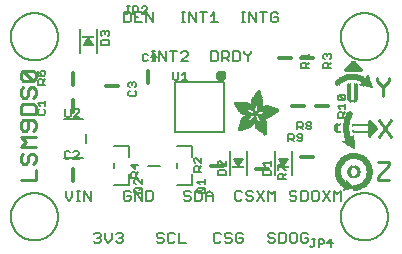
<source format=gbr>
G04 EAGLE Gerber RS-274X export*
G75*
%MOMM*%
%FSLAX34Y34*%
%LPD*%
%INSilkscreen Top*%
%IPPOS*%
%AMOC8*
5,1,8,0,0,1.08239X$1,22.5*%
G01*
%ADD10C,0.279400*%
%ADD11C,0.228600*%
%ADD12C,0.152400*%
%ADD13C,0.254000*%
%ADD14C,0.127000*%
%ADD15C,0.406400*%
%ADD16C,0.304800*%
%ADD17C,0.203200*%
%ADD18R,0.050800X0.006300*%
%ADD19R,0.082600X0.006400*%
%ADD20R,0.120600X0.006300*%
%ADD21R,0.139700X0.006400*%
%ADD22R,0.158800X0.006300*%
%ADD23R,0.177800X0.006400*%
%ADD24R,0.196800X0.006300*%
%ADD25R,0.215900X0.006400*%
%ADD26R,0.228600X0.006300*%
%ADD27R,0.241300X0.006400*%
%ADD28R,0.254000X0.006300*%
%ADD29R,0.266700X0.006400*%
%ADD30R,0.279400X0.006300*%
%ADD31R,0.285700X0.006400*%
%ADD32R,0.298400X0.006300*%
%ADD33R,0.311200X0.006400*%
%ADD34R,0.317500X0.006300*%
%ADD35R,0.330200X0.006400*%
%ADD36R,0.336600X0.006300*%
%ADD37R,0.349200X0.006400*%
%ADD38R,0.361900X0.006300*%
%ADD39R,0.368300X0.006400*%
%ADD40R,0.381000X0.006300*%
%ADD41R,0.387300X0.006400*%
%ADD42R,0.393700X0.006300*%
%ADD43R,0.406400X0.006400*%
%ADD44R,0.412700X0.006300*%
%ADD45R,0.419100X0.006400*%
%ADD46R,0.431800X0.006300*%
%ADD47R,0.438100X0.006400*%
%ADD48R,0.450800X0.006300*%
%ADD49R,0.457200X0.006400*%
%ADD50R,0.463500X0.006300*%
%ADD51R,0.476200X0.006400*%
%ADD52R,0.482600X0.006300*%
%ADD53R,0.488900X0.006400*%
%ADD54R,0.501600X0.006300*%
%ADD55R,0.508000X0.006400*%
%ADD56R,0.514300X0.006300*%
%ADD57R,0.527000X0.006400*%
%ADD58R,0.533400X0.006300*%
%ADD59R,0.546100X0.006400*%
%ADD60R,0.552400X0.006300*%
%ADD61R,0.558800X0.006400*%
%ADD62R,0.571500X0.006300*%
%ADD63R,0.577800X0.006400*%
%ADD64R,0.584200X0.006300*%
%ADD65R,0.596900X0.006400*%
%ADD66R,0.603200X0.006300*%
%ADD67R,0.609600X0.006400*%
%ADD68R,0.622300X0.006300*%
%ADD69R,0.628600X0.006400*%
%ADD70R,0.641300X0.006300*%
%ADD71R,0.647700X0.006400*%
%ADD72R,0.063500X0.006300*%
%ADD73R,0.654000X0.006300*%
%ADD74R,0.101600X0.006400*%
%ADD75R,0.666700X0.006400*%
%ADD76R,0.139700X0.006300*%
%ADD77R,0.673100X0.006300*%
%ADD78R,0.165100X0.006400*%
%ADD79R,0.679400X0.006400*%
%ADD80R,0.196900X0.006300*%
%ADD81R,0.692100X0.006300*%
%ADD82R,0.222200X0.006400*%
%ADD83R,0.698500X0.006400*%
%ADD84R,0.247700X0.006300*%
%ADD85R,0.704800X0.006300*%
%ADD86R,0.279400X0.006400*%
%ADD87R,0.717500X0.006400*%
%ADD88R,0.298500X0.006300*%
%ADD89R,0.723900X0.006300*%
%ADD90R,0.736600X0.006400*%
%ADD91R,0.342900X0.006300*%
%ADD92R,0.742900X0.006300*%
%ADD93R,0.374700X0.006400*%
%ADD94R,0.749300X0.006400*%
%ADD95R,0.762000X0.006300*%
%ADD96R,0.412700X0.006400*%
%ADD97R,0.768300X0.006400*%
%ADD98R,0.438100X0.006300*%
%ADD99R,0.774700X0.006300*%
%ADD100R,0.463600X0.006400*%
%ADD101R,0.787400X0.006400*%
%ADD102R,0.793700X0.006300*%
%ADD103R,0.495300X0.006400*%
%ADD104R,0.800100X0.006400*%
%ADD105R,0.520700X0.006300*%
%ADD106R,0.812800X0.006300*%
%ADD107R,0.533400X0.006400*%
%ADD108R,0.819100X0.006400*%
%ADD109R,0.558800X0.006300*%
%ADD110R,0.825500X0.006300*%
%ADD111R,0.577900X0.006400*%
%ADD112R,0.831800X0.006400*%
%ADD113R,0.596900X0.006300*%
%ADD114R,0.844500X0.006300*%
%ADD115R,0.616000X0.006400*%
%ADD116R,0.850900X0.006400*%
%ADD117R,0.635000X0.006300*%
%ADD118R,0.857200X0.006300*%
%ADD119R,0.654100X0.006400*%
%ADD120R,0.863600X0.006400*%
%ADD121R,0.666700X0.006300*%
%ADD122R,0.869900X0.006300*%
%ADD123R,0.685800X0.006400*%
%ADD124R,0.876300X0.006400*%
%ADD125R,0.882600X0.006300*%
%ADD126R,0.723900X0.006400*%
%ADD127R,0.889000X0.006400*%
%ADD128R,0.895300X0.006300*%
%ADD129R,0.755700X0.006400*%
%ADD130R,0.901700X0.006400*%
%ADD131R,0.908000X0.006300*%
%ADD132R,0.793800X0.006400*%
%ADD133R,0.914400X0.006400*%
%ADD134R,0.806400X0.006300*%
%ADD135R,0.920700X0.006300*%
%ADD136R,0.825500X0.006400*%
%ADD137R,0.927100X0.006400*%
%ADD138R,0.933400X0.006300*%
%ADD139R,0.857300X0.006400*%
%ADD140R,0.939800X0.006400*%
%ADD141R,0.870000X0.006300*%
%ADD142R,0.939800X0.006300*%
%ADD143R,0.946100X0.006400*%
%ADD144R,0.952500X0.006300*%
%ADD145R,0.908000X0.006400*%
%ADD146R,0.958800X0.006400*%
%ADD147R,0.965200X0.006300*%
%ADD148R,0.965200X0.006400*%
%ADD149R,0.971500X0.006300*%
%ADD150R,0.952500X0.006400*%
%ADD151R,0.977900X0.006400*%
%ADD152R,0.958800X0.006300*%
%ADD153R,0.984200X0.006300*%
%ADD154R,0.971500X0.006400*%
%ADD155R,0.984200X0.006400*%
%ADD156R,0.990600X0.006300*%
%ADD157R,0.984300X0.006400*%
%ADD158R,0.996900X0.006400*%
%ADD159R,0.997000X0.006300*%
%ADD160R,0.996900X0.006300*%
%ADD161R,1.003300X0.006400*%
%ADD162R,1.016000X0.006300*%
%ADD163R,1.009600X0.006300*%
%ADD164R,1.016000X0.006400*%
%ADD165R,1.009600X0.006400*%
%ADD166R,1.022300X0.006300*%
%ADD167R,1.028700X0.006400*%
%ADD168R,1.035100X0.006300*%
%ADD169R,1.047800X0.006400*%
%ADD170R,1.054100X0.006300*%
%ADD171R,1.028700X0.006300*%
%ADD172R,1.054100X0.006400*%
%ADD173R,1.035000X0.006400*%
%ADD174R,1.060400X0.006300*%
%ADD175R,1.035000X0.006300*%
%ADD176R,1.060500X0.006400*%
%ADD177R,1.041400X0.006400*%
%ADD178R,1.066800X0.006300*%
%ADD179R,1.041400X0.006300*%
%ADD180R,1.079500X0.006400*%
%ADD181R,1.047700X0.006400*%
%ADD182R,1.085900X0.006300*%
%ADD183R,1.047700X0.006300*%
%ADD184R,1.085800X0.006400*%
%ADD185R,1.092200X0.006300*%
%ADD186R,1.085900X0.006400*%
%ADD187R,1.098600X0.006300*%
%ADD188R,1.098600X0.006400*%
%ADD189R,1.060400X0.006400*%
%ADD190R,1.104900X0.006300*%
%ADD191R,1.104900X0.006400*%
%ADD192R,1.066800X0.006400*%
%ADD193R,1.111200X0.006300*%
%ADD194R,1.117600X0.006400*%
%ADD195R,1.117600X0.006300*%
%ADD196R,1.073100X0.006300*%
%ADD197R,1.073100X0.006400*%
%ADD198R,1.124000X0.006300*%
%ADD199R,1.079500X0.006300*%
%ADD200R,1.123900X0.006400*%
%ADD201R,1.130300X0.006300*%
%ADD202R,1.130300X0.006400*%
%ADD203R,1.136700X0.006400*%
%ADD204R,1.136700X0.006300*%
%ADD205R,1.085800X0.006300*%
%ADD206R,1.136600X0.006400*%
%ADD207R,1.136600X0.006300*%
%ADD208R,1.143000X0.006400*%
%ADD209R,1.143000X0.006300*%
%ADD210R,1.149400X0.006300*%
%ADD211R,1.149300X0.006300*%
%ADD212R,1.149300X0.006400*%
%ADD213R,1.149400X0.006400*%
%ADD214R,1.155700X0.006400*%
%ADD215R,1.155700X0.006300*%
%ADD216R,1.060500X0.006300*%
%ADD217R,2.197100X0.006400*%
%ADD218R,2.197100X0.006300*%
%ADD219R,2.184400X0.006300*%
%ADD220R,2.184400X0.006400*%
%ADD221R,2.171700X0.006400*%
%ADD222R,2.171700X0.006300*%
%ADD223R,1.530300X0.006400*%
%ADD224R,1.505000X0.006300*%
%ADD225R,1.492300X0.006400*%
%ADD226R,1.485900X0.006300*%
%ADD227R,0.565200X0.006300*%
%ADD228R,1.473200X0.006400*%
%ADD229R,0.565200X0.006400*%
%ADD230R,1.460500X0.006300*%
%ADD231R,1.454100X0.006400*%
%ADD232R,0.552400X0.006400*%
%ADD233R,1.441500X0.006300*%
%ADD234R,0.546100X0.006300*%
%ADD235R,1.435100X0.006400*%
%ADD236R,0.539800X0.006400*%
%ADD237R,1.428800X0.006300*%
%ADD238R,1.422400X0.006400*%
%ADD239R,1.409700X0.006300*%
%ADD240R,0.527100X0.006300*%
%ADD241R,1.403300X0.006400*%
%ADD242R,0.527100X0.006400*%
%ADD243R,1.390700X0.006300*%
%ADD244R,1.384300X0.006400*%
%ADD245R,0.520700X0.006400*%
%ADD246R,1.384300X0.006300*%
%ADD247R,0.514400X0.006300*%
%ADD248R,1.371600X0.006400*%
%ADD249R,1.365200X0.006300*%
%ADD250R,0.508000X0.006300*%
%ADD251R,1.352600X0.006400*%
%ADD252R,0.501700X0.006400*%
%ADD253R,0.711200X0.006300*%
%ADD254R,0.603300X0.006300*%
%ADD255R,0.501700X0.006300*%
%ADD256R,0.692100X0.006400*%
%ADD257R,0.571500X0.006400*%
%ADD258R,0.679400X0.006300*%
%ADD259R,0.495300X0.006300*%
%ADD260R,0.673100X0.006400*%
%ADD261R,0.666800X0.006300*%
%ADD262R,0.488900X0.006300*%
%ADD263R,0.660400X0.006400*%
%ADD264R,0.482600X0.006400*%
%ADD265R,0.476200X0.006300*%
%ADD266R,0.654000X0.006400*%
%ADD267R,0.469900X0.006400*%
%ADD268R,0.476300X0.006400*%
%ADD269R,0.647700X0.006300*%
%ADD270R,0.457200X0.006300*%
%ADD271R,0.469900X0.006300*%
%ADD272R,0.641300X0.006400*%
%ADD273R,0.444500X0.006400*%
%ADD274R,0.463600X0.006300*%
%ADD275R,0.635000X0.006400*%
%ADD276R,0.463500X0.006400*%
%ADD277R,0.393700X0.006400*%
%ADD278R,0.450800X0.006400*%
%ADD279R,0.628600X0.006300*%
%ADD280R,0.387400X0.006300*%
%ADD281R,0.450900X0.006300*%
%ADD282R,0.628700X0.006400*%
%ADD283R,0.374600X0.006400*%
%ADD284R,0.368300X0.006300*%
%ADD285R,0.438200X0.006300*%
%ADD286R,0.622300X0.006400*%
%ADD287R,0.355600X0.006400*%
%ADD288R,0.431800X0.006400*%
%ADD289R,0.349300X0.006300*%
%ADD290R,0.425400X0.006300*%
%ADD291R,0.615900X0.006300*%
%ADD292R,0.330200X0.006300*%
%ADD293R,0.419100X0.006300*%
%ADD294R,0.616000X0.006300*%
%ADD295R,0.311200X0.006300*%
%ADD296R,0.406400X0.006300*%
%ADD297R,0.615900X0.006400*%
%ADD298R,0.304800X0.006400*%
%ADD299R,0.158800X0.006400*%
%ADD300R,0.609600X0.006300*%
%ADD301R,0.292100X0.006300*%
%ADD302R,0.235000X0.006300*%
%ADD303R,0.387400X0.006400*%
%ADD304R,0.292100X0.006400*%
%ADD305R,0.336500X0.006300*%
%ADD306R,0.260400X0.006300*%
%ADD307R,0.603300X0.006400*%
%ADD308R,0.260400X0.006400*%
%ADD309R,0.362000X0.006400*%
%ADD310R,0.450900X0.006400*%
%ADD311R,0.355600X0.006300*%
%ADD312R,0.342900X0.006400*%
%ADD313R,0.514300X0.006400*%
%ADD314R,0.234900X0.006300*%
%ADD315R,0.539700X0.006300*%
%ADD316R,0.603200X0.006400*%
%ADD317R,0.234900X0.006400*%
%ADD318R,0.920700X0.006400*%
%ADD319R,0.958900X0.006400*%
%ADD320R,0.215900X0.006300*%
%ADD321R,0.209600X0.006400*%
%ADD322R,0.203200X0.006300*%
%ADD323R,1.003300X0.006300*%
%ADD324R,0.203200X0.006400*%
%ADD325R,0.196900X0.006400*%
%ADD326R,0.190500X0.006300*%
%ADD327R,0.190500X0.006400*%
%ADD328R,0.184200X0.006300*%
%ADD329R,0.590500X0.006400*%
%ADD330R,0.184200X0.006400*%
%ADD331R,0.590500X0.006300*%
%ADD332R,0.177800X0.006300*%
%ADD333R,0.584200X0.006400*%
%ADD334R,1.168400X0.006400*%
%ADD335R,0.171500X0.006300*%
%ADD336R,1.187500X0.006300*%
%ADD337R,1.200100X0.006400*%
%ADD338R,0.577800X0.006300*%
%ADD339R,1.212900X0.006300*%
%ADD340R,1.231900X0.006400*%
%ADD341R,1.250900X0.006300*%
%ADD342R,0.565100X0.006400*%
%ADD343R,0.184100X0.006400*%
%ADD344R,1.263700X0.006400*%
%ADD345R,0.565100X0.006300*%
%ADD346R,1.289100X0.006300*%
%ADD347R,1.314400X0.006400*%
%ADD348R,0.552500X0.006300*%
%ADD349R,1.568500X0.006300*%
%ADD350R,0.552500X0.006400*%
%ADD351R,1.581200X0.006400*%
%ADD352R,1.593800X0.006300*%
%ADD353R,1.606500X0.006400*%
%ADD354R,1.619300X0.006300*%
%ADD355R,0.514400X0.006400*%
%ADD356R,1.638300X0.006400*%
%ADD357R,1.657300X0.006300*%
%ADD358R,2.209800X0.006400*%
%ADD359R,2.425700X0.006300*%
%ADD360R,2.470100X0.006400*%
%ADD361R,2.501900X0.006300*%
%ADD362R,2.533700X0.006400*%
%ADD363R,2.559000X0.006300*%
%ADD364R,2.584500X0.006400*%
%ADD365R,2.609900X0.006300*%
%ADD366R,2.628900X0.006400*%
%ADD367R,2.660600X0.006300*%
%ADD368R,2.673400X0.006400*%
%ADD369R,1.422400X0.006300*%
%ADD370R,1.200200X0.006300*%
%ADD371R,1.365300X0.006300*%
%ADD372R,1.365300X0.006400*%
%ADD373R,1.352500X0.006300*%
%ADD374R,1.098500X0.006300*%
%ADD375R,1.358900X0.006400*%
%ADD376R,1.352600X0.006300*%
%ADD377R,1.358900X0.006300*%
%ADD378R,1.371600X0.006300*%
%ADD379R,1.377900X0.006400*%
%ADD380R,1.397000X0.006400*%
%ADD381R,1.403300X0.006300*%
%ADD382R,0.914400X0.006300*%
%ADD383R,0.876300X0.006300*%
%ADD384R,0.374600X0.006300*%
%ADD385R,1.073200X0.006400*%
%ADD386R,0.374700X0.006300*%
%ADD387R,0.844600X0.006400*%
%ADD388R,0.844600X0.006300*%
%ADD389R,0.831900X0.006400*%
%ADD390R,1.092200X0.006400*%
%ADD391R,0.400000X0.006300*%
%ADD392R,0.819200X0.006400*%
%ADD393R,1.111300X0.006400*%
%ADD394R,0.812800X0.006400*%
%ADD395R,0.800100X0.006300*%
%ADD396R,0.476300X0.006300*%
%ADD397R,1.181100X0.006300*%
%ADD398R,0.501600X0.006400*%
%ADD399R,1.193800X0.006400*%
%ADD400R,0.781000X0.006400*%
%ADD401R,1.238200X0.006400*%
%ADD402R,0.781100X0.006300*%
%ADD403R,1.257300X0.006300*%
%ADD404R,1.295400X0.006400*%
%ADD405R,1.333500X0.006300*%
%ADD406R,0.774700X0.006400*%
%ADD407R,1.866900X0.006400*%
%ADD408R,0.209600X0.006300*%
%ADD409R,1.866900X0.006300*%
%ADD410R,0.768400X0.006400*%
%ADD411R,0.209500X0.006400*%
%ADD412R,1.860600X0.006400*%
%ADD413R,0.762000X0.006400*%
%ADD414R,0.768400X0.006300*%
%ADD415R,1.860600X0.006300*%
%ADD416R,1.860500X0.006400*%
%ADD417R,0.222300X0.006300*%
%ADD418R,1.854200X0.006300*%
%ADD419R,0.235000X0.006400*%
%ADD420R,1.854200X0.006400*%
%ADD421R,0.768300X0.006300*%
%ADD422R,0.260300X0.006400*%
%ADD423R,1.847800X0.006400*%
%ADD424R,0.266700X0.006300*%
%ADD425R,1.847800X0.006300*%
%ADD426R,0.273100X0.006400*%
%ADD427R,1.841500X0.006400*%
%ADD428R,0.285800X0.006300*%
%ADD429R,1.841500X0.006300*%
%ADD430R,0.298500X0.006400*%
%ADD431R,1.835100X0.006400*%
%ADD432R,0.781000X0.006300*%
%ADD433R,0.304800X0.006300*%
%ADD434R,1.835100X0.006300*%
%ADD435R,0.317500X0.006400*%
%ADD436R,1.828800X0.006400*%
%ADD437R,0.787400X0.006300*%
%ADD438R,0.323800X0.006300*%
%ADD439R,1.828800X0.006300*%
%ADD440R,0.793700X0.006400*%
%ADD441R,1.822400X0.006400*%
%ADD442R,0.806500X0.006300*%
%ADD443R,1.822400X0.006300*%
%ADD444R,1.816100X0.006400*%
%ADD445R,0.819100X0.006300*%
%ADD446R,0.387300X0.006300*%
%ADD447R,1.816100X0.006300*%
%ADD448R,1.809800X0.006400*%
%ADD449R,1.803400X0.006300*%
%ADD450R,1.797000X0.006400*%
%ADD451R,0.901700X0.006300*%
%ADD452R,1.797000X0.006300*%
%ADD453R,1.441400X0.006400*%
%ADD454R,1.790700X0.006400*%
%ADD455R,1.447800X0.006300*%
%ADD456R,1.784300X0.006300*%
%ADD457R,1.447800X0.006400*%
%ADD458R,1.784300X0.006400*%
%ADD459R,1.454100X0.006300*%
%ADD460R,1.771700X0.006300*%
%ADD461R,1.460500X0.006400*%
%ADD462R,1.759000X0.006400*%
%ADD463R,1.466800X0.006300*%
%ADD464R,1.752600X0.006300*%
%ADD465R,1.466800X0.006400*%
%ADD466R,1.739900X0.006400*%
%ADD467R,1.473200X0.006300*%
%ADD468R,1.727200X0.006300*%
%ADD469R,1.479500X0.006400*%
%ADD470R,1.714500X0.006400*%
%ADD471R,1.695400X0.006300*%
%ADD472R,1.485900X0.006400*%
%ADD473R,1.682700X0.006400*%
%ADD474R,1.492200X0.006300*%
%ADD475R,1.663700X0.006300*%
%ADD476R,1.498600X0.006400*%
%ADD477R,1.644600X0.006400*%
%ADD478R,1.498600X0.006300*%
%ADD479R,1.619200X0.006300*%
%ADD480R,1.511300X0.006400*%
%ADD481R,1.600200X0.006400*%
%ADD482R,1.517700X0.006300*%
%ADD483R,1.574800X0.006300*%
%ADD484R,1.524000X0.006400*%
%ADD485R,1.555800X0.006400*%
%ADD486R,1.524000X0.006300*%
%ADD487R,1.536700X0.006300*%
%ADD488R,1.530400X0.006400*%
%ADD489R,1.517700X0.006400*%
%ADD490R,1.492300X0.006300*%
%ADD491R,1.549400X0.006400*%
%ADD492R,1.479600X0.006400*%
%ADD493R,1.549400X0.006300*%
%ADD494R,1.555700X0.006400*%
%ADD495R,1.562100X0.006300*%
%ADD496R,0.323900X0.006300*%
%ADD497R,1.568400X0.006400*%
%ADD498R,0.336600X0.006400*%
%ADD499R,1.587500X0.006300*%
%ADD500R,0.971600X0.006300*%
%ADD501R,0.349300X0.006400*%
%ADD502R,1.600200X0.006300*%
%ADD503R,0.920800X0.006300*%
%ADD504R,0.882700X0.006400*%
%ADD505R,1.612900X0.006300*%
%ADD506R,0.362000X0.006300*%
%ADD507R,1.625600X0.006400*%
%ADD508R,1.625600X0.006300*%
%ADD509R,1.644600X0.006300*%
%ADD510R,0.736600X0.006300*%
%ADD511R,0.717600X0.006400*%
%ADD512R,1.657400X0.006300*%
%ADD513R,0.679500X0.006300*%
%ADD514R,1.663700X0.006400*%
%ADD515R,0.400000X0.006400*%
%ADD516R,1.676400X0.006300*%
%ADD517R,1.676400X0.006400*%
%ADD518R,0.425500X0.006400*%
%ADD519R,1.352500X0.006400*%
%ADD520R,0.444500X0.006300*%
%ADD521R,0.361900X0.006400*%
%ADD522R,0.088900X0.006300*%
%ADD523R,1.009700X0.006300*%
%ADD524R,1.009700X0.006400*%
%ADD525R,1.022300X0.006400*%
%ADD526R,1.346200X0.006400*%
%ADD527R,1.346200X0.006300*%
%ADD528R,1.339900X0.006400*%
%ADD529R,1.035100X0.006400*%
%ADD530R,1.339800X0.006300*%
%ADD531R,1.333500X0.006400*%
%ADD532R,1.327200X0.006400*%
%ADD533R,1.320800X0.006300*%
%ADD534R,1.314500X0.006400*%
%ADD535R,1.314400X0.006300*%
%ADD536R,1.301700X0.006400*%
%ADD537R,1.295400X0.006300*%
%ADD538R,1.289000X0.006400*%
%ADD539R,1.276300X0.006300*%
%ADD540R,1.251000X0.006300*%
%ADD541R,1.244600X0.006400*%
%ADD542R,1.231900X0.006300*%
%ADD543R,1.212800X0.006400*%
%ADD544R,1.200100X0.006300*%
%ADD545R,1.187400X0.006400*%
%ADD546R,1.168400X0.006300*%
%ADD547R,1.047800X0.006300*%
%ADD548R,0.977900X0.006300*%
%ADD549R,0.946200X0.006400*%
%ADD550R,0.933400X0.006400*%
%ADD551R,0.895300X0.006400*%
%ADD552R,0.882700X0.006300*%
%ADD553R,0.863600X0.006300*%
%ADD554R,0.857200X0.006400*%
%ADD555R,0.850900X0.006300*%
%ADD556R,0.838200X0.006300*%
%ADD557R,0.806500X0.006400*%
%ADD558R,0.717600X0.006300*%
%ADD559R,0.711200X0.006400*%
%ADD560R,0.641400X0.006400*%
%ADD561R,0.641400X0.006300*%
%ADD562R,0.628700X0.006300*%
%ADD563R,0.590600X0.006300*%
%ADD564R,0.539700X0.006400*%
%ADD565R,0.285700X0.006300*%
%ADD566R,0.222200X0.006300*%
%ADD567R,0.171400X0.006300*%
%ADD568R,0.152400X0.006400*%
%ADD569R,0.133400X0.006300*%
%ADD570R,1.000000X0.200000*%
%ADD571R,0.011431X0.022856*%
%ADD572R,0.011431X0.057150*%
%ADD573R,0.011425X0.091438*%
%ADD574R,0.011425X0.171450*%
%ADD575R,0.011431X0.102869*%
%ADD576R,0.011431X0.262887*%
%ADD577R,0.011425X0.137156*%
%ADD578R,0.011425X0.331469*%
%ADD579R,0.011431X0.171450*%
%ADD580R,0.011431X0.400050*%
%ADD581R,0.011431X0.194306*%
%ADD582R,0.011431X0.445769*%
%ADD583R,0.011425X0.228600*%
%ADD584R,0.011425X0.491488*%
%ADD585R,0.011431X0.525781*%
%ADD586R,0.011425X0.285750*%
%ADD587R,0.011425X0.560069*%
%ADD588R,0.011425X0.377188*%
%ADD589R,0.011431X0.308606*%
%ADD590R,0.011431X0.582931*%
%ADD591R,0.011431X0.537206*%
%ADD592R,0.011431X0.342900*%
%ADD593R,0.011431X0.605788*%
%ADD594R,0.011431X0.651506*%
%ADD595R,0.011425X0.628650*%
%ADD596R,0.011425X0.754381*%
%ADD597R,0.011431X0.834388*%
%ADD598R,0.011425X0.434338*%
%ADD599R,0.011425X0.674369*%
%ADD600R,0.011425X0.925831*%
%ADD601R,0.011431X0.457200*%
%ADD602R,0.011431X0.697231*%
%ADD603R,0.011431X0.994406*%
%ADD604R,0.011431X0.491488*%
%ADD605R,0.011431X0.720087*%
%ADD606R,0.011431X1.062987*%
%ADD607R,0.011425X0.514350*%
%ADD608R,0.011425X0.720087*%
%ADD609R,0.011425X1.120138*%
%ADD610R,0.011431X0.548638*%
%ADD611R,0.011431X0.742950*%
%ADD612R,0.011431X1.177288*%
%ADD613R,0.011425X0.582925*%
%ADD614R,0.011425X0.742950*%
%ADD615R,0.011425X1.245869*%
%ADD616R,0.011431X0.594363*%
%ADD617R,0.011431X0.765806*%
%ADD618R,0.011431X1.291588*%
%ADD619R,0.011431X0.628650*%
%ADD620R,0.011431X1.337306*%
%ADD621R,0.011425X0.662938*%
%ADD622R,0.011425X0.320038*%
%ADD623R,0.011425X1.383031*%
%ADD624R,0.011431X0.685800*%
%ADD625R,0.011431X0.297175*%
%ADD626R,0.011431X0.297181*%
%ADD627R,0.011431X1.428750*%
%ADD628R,0.011425X0.274319*%
%ADD629R,0.011425X1.474469*%
%ADD630R,0.011431X0.754381*%
%ADD631R,0.011431X0.251456*%
%ADD632R,0.011431X1.520188*%
%ADD633R,0.011431X0.777238*%
%ADD634R,0.011431X0.240025*%
%ADD635R,0.011431X0.240031*%
%ADD636R,0.011431X1.565906*%
%ADD637R,0.011425X0.800100*%
%ADD638R,0.011425X0.240031*%
%ADD639R,0.011425X1.611631*%
%ADD640R,0.011431X0.228600*%
%ADD641R,0.011431X1.634488*%
%ADD642R,0.011425X0.868681*%
%ADD643R,0.011425X1.680206*%
%ADD644R,0.011431X0.891538*%
%ADD645R,0.011431X1.714500*%
%ADD646R,0.011431X0.925831*%
%ADD647R,0.011431X1.748788*%
%ADD648R,0.011425X0.948688*%
%ADD649R,0.011425X1.783081*%
%ADD650R,0.011431X0.982975*%
%ADD651R,0.011431X1.817369*%
%ADD652R,0.011425X1.005837*%
%ADD653R,0.011425X1.840231*%
%ADD654R,0.011431X1.885950*%
%ADD655R,0.011431X0.971550*%
%ADD656R,0.011431X1.908806*%
%ADD657R,0.011425X0.960119*%
%ADD658R,0.011425X1.943100*%
%ADD659R,0.011431X0.937256*%
%ADD660R,0.011431X1.977388*%
%ADD661R,0.011425X2.000250*%
%ADD662R,0.011431X0.914400*%
%ADD663R,0.011431X2.023106*%
%ADD664R,0.011431X2.045969*%
%ADD665R,0.011425X0.880106*%
%ADD666R,0.011425X2.080262*%
%ADD667R,0.011431X0.868681*%
%ADD668R,0.011431X2.103119*%
%ADD669R,0.011425X0.845819*%
%ADD670R,0.011425X0.182881*%
%ADD671R,0.011425X0.205738*%
%ADD672R,0.011425X2.137406*%
%ADD673R,0.011431X0.822956*%
%ADD674R,0.011431X0.068581*%
%ADD675R,0.011431X0.091438*%
%ADD676R,0.011431X2.160269*%
%ADD677R,0.011431X0.811525*%
%ADD678R,0.011431X2.183131*%
%ADD679R,0.011425X2.205987*%
%ADD680R,0.011431X0.788669*%
%ADD681R,0.011431X2.228850*%
%ADD682R,0.011425X0.777238*%
%ADD683R,0.011431X0.902969*%
%ADD684R,0.011431X0.731519*%
%ADD685R,0.011425X0.834388*%
%ADD686R,0.011431X0.708663*%
%ADD687R,0.011431X0.811531*%
%ADD688R,0.011425X0.708663*%
%ADD689R,0.011425X0.788669*%
%ADD690R,0.011431X0.708656*%
%ADD691R,0.011425X0.731519*%
%ADD692R,0.011425X0.708656*%
%ADD693R,0.011431X0.697225*%
%ADD694R,0.011425X0.011431*%
%ADD695R,0.011431X0.034287*%
%ADD696R,0.011431X0.662938*%
%ADD697R,0.011425X0.754375*%
%ADD698R,0.011425X0.034287*%
%ADD699R,0.011425X0.651513*%
%ADD700R,0.011431X0.754375*%
%ADD701R,0.011431X0.640075*%
%ADD702R,0.011431X0.640081*%
%ADD703R,0.011425X0.080006*%
%ADD704R,0.011425X0.765806*%
%ADD705R,0.011425X0.148588*%
%ADD706R,0.011425X0.102869*%
%ADD707R,0.011425X0.617219*%
%ADD708R,0.011425X0.022856*%
%ADD709R,0.011431X0.514350*%
%ADD710R,0.011431X0.114300*%
%ADD711R,0.011431X0.617219*%
%ADD712R,0.011431X0.137162*%
%ADD713R,0.011425X0.868675*%
%ADD714R,0.011425X0.137162*%
%ADD715R,0.011425X0.594356*%
%ADD716R,0.011425X0.605788*%
%ADD717R,0.011425X0.125731*%
%ADD718R,0.011431X1.005837*%
%ADD719R,0.011431X0.160019*%
%ADD720R,0.011431X0.594356*%
%ADD721R,0.011431X1.211575*%
%ADD722R,0.011431X0.182881*%
%ADD723R,0.011431X0.582925*%
%ADD724R,0.011431X0.800100*%
%ADD725R,0.011431X1.314450*%
%ADD726R,0.011425X1.405887*%
%ADD727R,0.011425X0.217169*%
%ADD728R,0.011425X0.571500*%
%ADD729R,0.011431X1.474469*%
%ADD730R,0.011431X0.217169*%
%ADD731R,0.011431X0.571500*%
%ADD732R,0.011425X1.565906*%
%ADD733R,0.011431X0.274319*%
%ADD734R,0.011431X0.560069*%
%ADD735R,0.011431X1.703069*%
%ADD736R,0.011425X0.251463*%
%ADD737R,0.011425X0.502919*%
%ADD738R,0.011425X0.548638*%
%ADD739R,0.011425X0.685800*%
%ADD740R,0.011431X1.840231*%
%ADD741R,0.011431X0.674369*%
%ADD742R,0.011425X1.897381*%
%ADD743R,0.011425X0.297175*%
%ADD744R,0.011425X0.537206*%
%ADD745R,0.011425X0.651506*%
%ADD746R,0.011431X1.965963*%
%ADD747R,0.011431X0.320038*%
%ADD748R,0.011431X0.502919*%
%ADD749R,0.011431X0.331469*%
%ADD750R,0.011425X2.400300*%
%ADD751R,0.011425X0.537212*%
%ADD752R,0.011431X0.148588*%
%ADD753R,0.011431X2.446019*%
%ADD754R,0.011425X2.468881*%
%ADD755R,0.011425X0.525781*%
%ADD756R,0.011431X0.125731*%
%ADD757R,0.011431X2.503169*%
%ADD758R,0.011431X0.525775*%
%ADD759R,0.011431X2.537463*%
%ADD760R,0.011425X2.571750*%
%ADD761R,0.011431X0.068575*%
%ADD762R,0.011431X2.594606*%
%ADD763R,0.011425X0.057150*%
%ADD764R,0.011425X2.628900*%
%ADD765R,0.011425X0.765813*%
%ADD766R,0.011431X0.045719*%
%ADD767R,0.011431X2.651756*%
%ADD768R,0.011431X2.686050*%
%ADD769R,0.011425X2.708906*%
%ADD770R,0.011431X0.480063*%
%ADD771R,0.011431X2.731769*%
%ADD772R,0.011425X2.754631*%
%ADD773R,0.011425X0.697231*%
%ADD774R,0.011431X2.777488*%
%ADD775R,0.011431X0.480056*%
%ADD776R,0.011431X2.788919*%
%ADD777R,0.011425X2.811775*%
%ADD778R,0.011425X0.388619*%
%ADD779R,0.011431X2.823206*%
%ADD780R,0.011425X0.480056*%
%ADD781R,0.011425X2.834637*%
%ADD782R,0.011431X2.846069*%
%ADD783R,0.011431X2.868925*%
%ADD784R,0.011425X2.868925*%
%ADD785R,0.011425X0.582931*%
%ADD786R,0.011431X2.880356*%
%ADD787R,0.011425X1.360169*%
%ADD788R,0.011425X1.417319*%
%ADD789R,0.011431X1.245869*%
%ADD790R,0.011431X0.468631*%
%ADD791R,0.011431X1.085850*%
%ADD792R,0.011431X1.154431*%
%ADD793R,0.011425X0.480063*%
%ADD794R,0.011425X1.017269*%
%ADD795R,0.011425X1.097275*%
%ADD796R,0.011431X1.040125*%
%ADD797R,0.011425X1.337306*%
%ADD798R,0.011425X0.468631*%
%ADD799R,0.011425X0.297181*%
%ADD800R,0.011425X0.914400*%
%ADD801R,0.011431X1.371600*%
%ADD802R,0.011431X0.868675*%
%ADD803R,0.011431X0.960119*%
%ADD804R,0.011431X1.417319*%
%ADD805R,0.011431X0.365756*%
%ADD806R,0.011431X0.925825*%
%ADD807R,0.011425X1.440181*%
%ADD808R,0.011425X0.857250*%
%ADD809R,0.011425X0.422906*%
%ADD810R,0.011431X1.451606*%
%ADD811R,0.011431X0.468625*%
%ADD812R,0.011431X0.857250*%
%ADD813R,0.011431X0.411481*%
%ADD814R,0.011425X0.468625*%
%ADD815R,0.011425X0.411475*%
%ADD816R,0.011425X0.822956*%
%ADD817R,0.011425X0.400050*%
%ADD818R,0.011431X1.497325*%
%ADD819R,0.011431X0.422906*%
%ADD820R,0.011431X0.388619*%
%ADD821R,0.011431X1.508756*%
%ADD822R,0.011425X1.520188*%
%ADD823R,0.011425X0.811525*%
%ADD824R,0.011425X0.354325*%
%ADD825R,0.011431X1.543050*%
%ADD826R,0.011431X0.308613*%
%ADD827R,0.011425X1.543050*%
%ADD828R,0.011425X0.457200*%
%ADD829R,0.011431X1.554481*%
%ADD830R,0.011431X0.285750*%
%ADD831R,0.011431X1.588769*%
%ADD832R,0.011425X1.600200*%
%ADD833R,0.011425X0.342900*%
%ADD834R,0.011425X0.902969*%
%ADD835R,0.011425X0.262887*%
%ADD836R,0.011425X0.251456*%
%ADD837R,0.011431X1.600200*%
%ADD838R,0.011425X0.240025*%
%ADD839R,0.011425X0.937256*%
%ADD840R,0.011431X1.611631*%
%ADD841R,0.011431X0.251463*%
%ADD842R,0.011425X0.125725*%
%ADD843R,0.011425X0.971550*%
%ADD844R,0.011431X1.017269*%
%ADD845R,0.011425X0.194306*%
%ADD846R,0.011425X1.040131*%
%ADD847R,0.011431X1.051562*%
%ADD848R,0.011425X1.074419*%
%ADD849R,0.011431X1.097281*%
%ADD850R,0.011425X1.097281*%
%ADD851R,0.011431X1.108706*%
%ADD852R,0.011431X0.011431*%
%ADD853R,0.011431X0.880106*%
%ADD854R,0.011431X0.434338*%
%ADD855R,0.011425X1.623056*%
%ADD856R,0.011431X1.623056*%
%ADD857R,0.011425X1.588769*%
%ADD858R,0.011425X0.445769*%
%ADD859R,0.011425X0.308606*%
%ADD860R,0.011431X1.577338*%
%ADD861R,0.011431X0.354331*%
%ADD862R,0.011431X0.354325*%
%ADD863R,0.011425X1.554481*%
%ADD864R,0.011425X0.422913*%
%ADD865R,0.011431X1.531619*%
%ADD866R,0.011425X1.497325*%
%ADD867R,0.011431X0.377188*%
%ADD868R,0.011425X1.463037*%
%ADD869R,0.011425X0.365762*%
%ADD870R,0.011431X1.440181*%
%ADD871R,0.011431X1.348738*%
%ADD872R,0.011425X0.525775*%
%ADD873R,0.011431X0.537212*%
%ADD874R,0.011425X0.822963*%
%ADD875R,0.011431X1.028700*%
%ADD876R,0.011425X0.594363*%
%ADD877R,0.011431X2.114550*%
%ADD878R,0.011425X2.091687*%
%ADD879R,0.011431X2.068831*%
%ADD880R,0.011431X2.034537*%
%ADD881R,0.011425X1.954531*%
%ADD882R,0.011431X1.920238*%
%ADD883R,0.011425X1.863088*%
%ADD884R,0.011425X1.794506*%
%ADD885R,0.011431X1.760219*%
%ADD886R,0.011431X1.725931*%
%ADD887R,0.011431X1.657350*%
%ADD888R,0.011425X1.497331*%
%ADD889R,0.011425X0.354331*%
%ADD890R,0.011431X1.360169*%
%ADD891R,0.011431X1.303019*%
%ADD892R,0.011431X1.200150*%
%ADD893R,0.011425X1.131569*%

G36*
X73191Y170985D02*
X73191Y170985D01*
X73263Y170985D01*
X73331Y171005D01*
X73402Y171015D01*
X73467Y171044D01*
X73536Y171064D01*
X73596Y171102D01*
X73661Y171131D01*
X73716Y171177D01*
X73776Y171215D01*
X73824Y171269D01*
X73878Y171315D01*
X73918Y171374D01*
X73965Y171428D01*
X73996Y171492D01*
X74036Y171551D01*
X74057Y171620D01*
X74088Y171684D01*
X74100Y171754D01*
X74121Y171822D01*
X74123Y171894D01*
X74135Y171965D01*
X74127Y172035D01*
X74129Y172106D01*
X74110Y172176D01*
X74102Y172247D01*
X74077Y172302D01*
X74057Y172381D01*
X73996Y172484D01*
X73965Y172553D01*
X71965Y175553D01*
X71888Y175640D01*
X71815Y175730D01*
X71793Y175745D01*
X71775Y175765D01*
X71678Y175827D01*
X71583Y175894D01*
X71557Y175902D01*
X71535Y175917D01*
X71424Y175949D01*
X71314Y175987D01*
X71287Y175988D01*
X71262Y175995D01*
X71146Y175995D01*
X71030Y176001D01*
X71004Y175995D01*
X70977Y175995D01*
X70866Y175963D01*
X70753Y175937D01*
X70730Y175924D01*
X70704Y175916D01*
X70606Y175854D01*
X70505Y175798D01*
X70489Y175780D01*
X70464Y175765D01*
X70279Y175557D01*
X70275Y175553D01*
X68275Y172553D01*
X68244Y172489D01*
X68205Y172429D01*
X68183Y172361D01*
X68152Y172297D01*
X68140Y172226D01*
X68119Y172158D01*
X68117Y172087D01*
X68105Y172017D01*
X68113Y171945D01*
X68111Y171874D01*
X68129Y171805D01*
X68138Y171734D01*
X68165Y171668D01*
X68183Y171599D01*
X68220Y171538D01*
X68247Y171472D01*
X68292Y171416D01*
X68329Y171354D01*
X68380Y171305D01*
X68425Y171250D01*
X68484Y171209D01*
X68536Y171160D01*
X68599Y171127D01*
X68657Y171086D01*
X68725Y171063D01*
X68789Y171030D01*
X68848Y171020D01*
X68926Y170993D01*
X69045Y170987D01*
X69120Y170975D01*
X73120Y170975D01*
X73191Y170985D01*
G37*
G36*
X198236Y69115D02*
X198236Y69115D01*
X198263Y69115D01*
X198374Y69147D01*
X198487Y69173D01*
X198510Y69186D01*
X198536Y69194D01*
X198634Y69256D01*
X198735Y69312D01*
X198751Y69330D01*
X198776Y69345D01*
X198961Y69553D01*
X198965Y69557D01*
X200965Y72557D01*
X200996Y72621D01*
X201036Y72681D01*
X201057Y72749D01*
X201088Y72813D01*
X201100Y72884D01*
X201121Y72952D01*
X201123Y73023D01*
X201135Y73094D01*
X201127Y73165D01*
X201129Y73236D01*
X201111Y73305D01*
X201102Y73376D01*
X201075Y73442D01*
X201057Y73511D01*
X201020Y73572D01*
X200993Y73638D01*
X200948Y73694D01*
X200912Y73756D01*
X200860Y73805D01*
X200815Y73860D01*
X200757Y73901D01*
X200704Y73950D01*
X200641Y73983D01*
X200583Y74024D01*
X200515Y74047D01*
X200451Y74080D01*
X200392Y74090D01*
X200314Y74117D01*
X200195Y74123D01*
X200120Y74135D01*
X196120Y74135D01*
X196049Y74125D01*
X195977Y74125D01*
X195909Y74105D01*
X195839Y74095D01*
X195773Y74066D01*
X195704Y74046D01*
X195644Y74008D01*
X195579Y73979D01*
X195524Y73933D01*
X195464Y73895D01*
X195416Y73842D01*
X195362Y73796D01*
X195322Y73736D01*
X195275Y73682D01*
X195244Y73618D01*
X195205Y73559D01*
X195183Y73491D01*
X195152Y73426D01*
X195140Y73356D01*
X195119Y73288D01*
X195117Y73216D01*
X195105Y73146D01*
X195113Y73075D01*
X195111Y73004D01*
X195130Y72934D01*
X195138Y72863D01*
X195163Y72808D01*
X195183Y72729D01*
X195244Y72626D01*
X195275Y72557D01*
X197275Y69557D01*
X197352Y69470D01*
X197425Y69380D01*
X197447Y69365D01*
X197465Y69345D01*
X197562Y69283D01*
X197657Y69216D01*
X197683Y69208D01*
X197705Y69193D01*
X197816Y69161D01*
X197926Y69123D01*
X197953Y69122D01*
X197978Y69115D01*
X198094Y69115D01*
X198210Y69109D01*
X198236Y69115D01*
G37*
G36*
X236336Y69115D02*
X236336Y69115D01*
X236363Y69115D01*
X236474Y69147D01*
X236587Y69173D01*
X236610Y69186D01*
X236636Y69194D01*
X236734Y69256D01*
X236835Y69312D01*
X236851Y69330D01*
X236876Y69345D01*
X237061Y69553D01*
X237065Y69557D01*
X239065Y72557D01*
X239096Y72621D01*
X239136Y72681D01*
X239157Y72749D01*
X239188Y72813D01*
X239200Y72884D01*
X239221Y72952D01*
X239223Y73023D01*
X239235Y73094D01*
X239227Y73165D01*
X239229Y73236D01*
X239211Y73305D01*
X239202Y73376D01*
X239175Y73442D01*
X239157Y73511D01*
X239120Y73572D01*
X239093Y73638D01*
X239048Y73694D01*
X239012Y73756D01*
X238960Y73805D01*
X238915Y73860D01*
X238857Y73901D01*
X238804Y73950D01*
X238741Y73983D01*
X238683Y74024D01*
X238615Y74047D01*
X238551Y74080D01*
X238492Y74090D01*
X238414Y74117D01*
X238295Y74123D01*
X238220Y74135D01*
X234220Y74135D01*
X234149Y74125D01*
X234077Y74125D01*
X234009Y74105D01*
X233939Y74095D01*
X233873Y74066D01*
X233804Y74046D01*
X233744Y74008D01*
X233679Y73979D01*
X233624Y73933D01*
X233564Y73895D01*
X233516Y73842D01*
X233462Y73796D01*
X233422Y73736D01*
X233375Y73682D01*
X233344Y73618D01*
X233305Y73559D01*
X233283Y73491D01*
X233252Y73426D01*
X233240Y73356D01*
X233219Y73288D01*
X233217Y73216D01*
X233205Y73146D01*
X233213Y73075D01*
X233211Y73004D01*
X233230Y72934D01*
X233238Y72863D01*
X233263Y72808D01*
X233283Y72729D01*
X233344Y72626D01*
X233375Y72557D01*
X235375Y69557D01*
X235452Y69470D01*
X235525Y69380D01*
X235547Y69365D01*
X235565Y69345D01*
X235662Y69283D01*
X235757Y69216D01*
X235783Y69208D01*
X235805Y69193D01*
X235916Y69161D01*
X236026Y69123D01*
X236053Y69122D01*
X236078Y69115D01*
X236194Y69115D01*
X236310Y69109D01*
X236336Y69115D01*
G37*
D10*
X317001Y107586D02*
X327000Y92587D01*
X317001Y92587D02*
X327000Y107586D01*
X315221Y140146D02*
X315221Y142646D01*
X315221Y140146D02*
X320221Y135146D01*
X325220Y140146D01*
X325220Y142646D01*
X320221Y135146D02*
X320221Y127647D01*
X315991Y71756D02*
X325990Y71756D01*
X325990Y69256D01*
X315991Y59257D01*
X315991Y56757D01*
X325990Y56757D01*
D11*
X26797Y56168D02*
X13832Y56168D01*
X26797Y56168D02*
X26797Y64812D01*
X13832Y76684D02*
X15993Y78844D01*
X13832Y76684D02*
X13832Y72362D01*
X15993Y70201D01*
X18154Y70201D01*
X20314Y72362D01*
X20314Y76684D01*
X22475Y78844D01*
X24636Y78844D01*
X26797Y76684D01*
X26797Y72362D01*
X24636Y70201D01*
X26797Y84234D02*
X13832Y84234D01*
X18154Y88556D01*
X13832Y92877D01*
X26797Y92877D01*
X24636Y98267D02*
X26797Y100427D01*
X26797Y104749D01*
X24636Y106910D01*
X15993Y106910D01*
X13832Y104749D01*
X13832Y100427D01*
X15993Y98267D01*
X18154Y98267D01*
X20314Y100427D01*
X20314Y106910D01*
X13832Y112299D02*
X26797Y112299D01*
X26797Y118782D01*
X24636Y120943D01*
X15993Y120943D01*
X13832Y118782D01*
X13832Y112299D01*
X13832Y132815D02*
X15993Y134976D01*
X13832Y132815D02*
X13832Y128493D01*
X15993Y126332D01*
X18154Y126332D01*
X20314Y128493D01*
X20314Y132815D01*
X22475Y134976D01*
X24636Y134976D01*
X26797Y132815D01*
X26797Y128493D01*
X24636Y126332D01*
X24636Y140365D02*
X15993Y140365D01*
X13832Y142526D01*
X13832Y146847D01*
X15993Y149008D01*
X24636Y149008D01*
X26797Y146847D01*
X26797Y142526D01*
X24636Y140365D01*
X15993Y149008D01*
D12*
X156151Y47505D02*
X157591Y46065D01*
X156151Y47505D02*
X153270Y47505D01*
X151829Y46065D01*
X151829Y44624D01*
X153270Y43184D01*
X156151Y43184D01*
X157591Y41743D01*
X157591Y40303D01*
X156151Y38862D01*
X153270Y38862D01*
X151829Y40303D01*
X161184Y38862D02*
X161184Y47505D01*
X161184Y38862D02*
X165506Y38862D01*
X166947Y40303D01*
X166947Y46065D01*
X165506Y47505D01*
X161184Y47505D01*
X170540Y44624D02*
X170540Y38862D01*
X170540Y44624D02*
X173421Y47505D01*
X176302Y44624D01*
X176302Y38862D01*
X176302Y43184D02*
X170540Y43184D01*
X134731Y10505D02*
X133291Y11945D01*
X130410Y11945D01*
X128969Y10505D01*
X128969Y9064D01*
X130410Y7624D01*
X133291Y7624D01*
X134731Y6183D01*
X134731Y4743D01*
X133291Y3302D01*
X130410Y3302D01*
X128969Y4743D01*
X142646Y11945D02*
X144087Y10505D01*
X142646Y11945D02*
X139765Y11945D01*
X138324Y10505D01*
X138324Y4743D01*
X139765Y3302D01*
X142646Y3302D01*
X144087Y4743D01*
X147680Y3302D02*
X147680Y11945D01*
X147680Y3302D02*
X153442Y3302D01*
X227673Y11945D02*
X229114Y10505D01*
X227673Y11945D02*
X224792Y11945D01*
X223352Y10505D01*
X223352Y9064D01*
X224792Y7624D01*
X227673Y7624D01*
X229114Y6183D01*
X229114Y4743D01*
X227673Y3302D01*
X224792Y3302D01*
X223352Y4743D01*
X232707Y3302D02*
X232707Y11945D01*
X232707Y3302D02*
X237028Y3302D01*
X238469Y4743D01*
X238469Y10505D01*
X237028Y11945D01*
X232707Y11945D01*
X243503Y11945D02*
X246384Y11945D01*
X243503Y11945D02*
X242062Y10505D01*
X242062Y4743D01*
X243503Y3302D01*
X246384Y3302D01*
X247824Y4743D01*
X247824Y10505D01*
X246384Y11945D01*
X255739Y11945D02*
X257179Y10505D01*
X255739Y11945D02*
X252858Y11945D01*
X251417Y10505D01*
X251417Y4743D01*
X252858Y3302D01*
X255739Y3302D01*
X257179Y4743D01*
X257179Y7624D01*
X254298Y7624D01*
X247296Y46065D02*
X245856Y47505D01*
X242975Y47505D01*
X241534Y46065D01*
X241534Y44624D01*
X242975Y43184D01*
X245856Y43184D01*
X247296Y41743D01*
X247296Y40303D01*
X245856Y38862D01*
X242975Y38862D01*
X241534Y40303D01*
X250889Y38862D02*
X250889Y47505D01*
X250889Y38862D02*
X255211Y38862D01*
X256651Y40303D01*
X256651Y46065D01*
X255211Y47505D01*
X250889Y47505D01*
X261685Y47505D02*
X264566Y47505D01*
X261685Y47505D02*
X260244Y46065D01*
X260244Y40303D01*
X261685Y38862D01*
X264566Y38862D01*
X266007Y40303D01*
X266007Y46065D01*
X264566Y47505D01*
X269600Y47505D02*
X275362Y38862D01*
X269600Y38862D02*
X275362Y47505D01*
X278955Y47505D02*
X278955Y38862D01*
X281836Y44624D02*
X278955Y47505D01*
X281836Y44624D02*
X284717Y47505D01*
X284717Y38862D01*
X201174Y46065D02*
X199733Y47505D01*
X196852Y47505D01*
X195412Y46065D01*
X195412Y40303D01*
X196852Y38862D01*
X199733Y38862D01*
X201174Y40303D01*
X209089Y47505D02*
X210529Y46065D01*
X209089Y47505D02*
X206207Y47505D01*
X204767Y46065D01*
X204767Y44624D01*
X206207Y43184D01*
X209089Y43184D01*
X210529Y41743D01*
X210529Y40303D01*
X209089Y38862D01*
X206207Y38862D01*
X204767Y40303D01*
X214122Y47505D02*
X219884Y38862D01*
X214122Y38862D02*
X219884Y47505D01*
X223477Y47505D02*
X223477Y38862D01*
X226358Y44624D02*
X223477Y47505D01*
X226358Y44624D02*
X229239Y47505D01*
X229239Y38862D01*
X182991Y10505D02*
X181551Y11945D01*
X178670Y11945D01*
X177229Y10505D01*
X177229Y4743D01*
X178670Y3302D01*
X181551Y3302D01*
X182991Y4743D01*
X190906Y11945D02*
X192347Y10505D01*
X190906Y11945D02*
X188025Y11945D01*
X186584Y10505D01*
X186584Y9064D01*
X188025Y7624D01*
X190906Y7624D01*
X192347Y6183D01*
X192347Y4743D01*
X190906Y3302D01*
X188025Y3302D01*
X186584Y4743D01*
X200261Y11945D02*
X201702Y10505D01*
X200261Y11945D02*
X197380Y11945D01*
X195940Y10505D01*
X195940Y4743D01*
X197380Y3302D01*
X200261Y3302D01*
X201702Y4743D01*
X201702Y7624D01*
X198821Y7624D01*
X127462Y156972D02*
X124581Y156972D01*
X126021Y156972D02*
X126021Y165615D01*
X124581Y165615D02*
X127462Y165615D01*
X130818Y165615D02*
X130818Y156972D01*
X136580Y156972D02*
X130818Y165615D01*
X136580Y165615D02*
X136580Y156972D01*
X143054Y156972D02*
X143054Y165615D01*
X140173Y165615D02*
X145935Y165615D01*
X149528Y156972D02*
X155290Y156972D01*
X149528Y156972D02*
X155290Y162734D01*
X155290Y164175D01*
X153850Y165615D01*
X150969Y165615D01*
X149528Y164175D01*
X149981Y189992D02*
X152862Y189992D01*
X151421Y189992D02*
X151421Y198635D01*
X149981Y198635D02*
X152862Y198635D01*
X156218Y198635D02*
X156218Y189992D01*
X161980Y189992D02*
X156218Y198635D01*
X161980Y198635D02*
X161980Y189992D01*
X168454Y189992D02*
X168454Y198635D01*
X165573Y198635D02*
X171335Y198635D01*
X174928Y195754D02*
X177809Y198635D01*
X177809Y189992D01*
X174928Y189992D02*
X180690Y189992D01*
X175092Y165615D02*
X175092Y156972D01*
X179413Y156972D01*
X180854Y158413D01*
X180854Y164175D01*
X179413Y165615D01*
X175092Y165615D01*
X184447Y165615D02*
X184447Y156972D01*
X184447Y165615D02*
X188769Y165615D01*
X190209Y164175D01*
X190209Y161294D01*
X188769Y159853D01*
X184447Y159853D01*
X187328Y159853D02*
X190209Y156972D01*
X193802Y156972D02*
X193802Y165615D01*
X193802Y156972D02*
X198124Y156972D01*
X199564Y158413D01*
X199564Y164175D01*
X198124Y165615D01*
X193802Y165615D01*
X203157Y165615D02*
X203157Y164175D01*
X206038Y161294D01*
X208919Y164175D01*
X208919Y165615D01*
X206038Y161294D02*
X206038Y156972D01*
X203662Y189992D02*
X200781Y189992D01*
X202221Y189992D02*
X202221Y198635D01*
X200781Y198635D02*
X203662Y198635D01*
X207018Y198635D02*
X207018Y189992D01*
X212780Y189992D02*
X207018Y198635D01*
X212780Y198635D02*
X212780Y189992D01*
X219254Y189992D02*
X219254Y198635D01*
X216373Y198635D02*
X222135Y198635D01*
X230050Y198635D02*
X231490Y197195D01*
X230050Y198635D02*
X227169Y198635D01*
X225728Y197195D01*
X225728Y191433D01*
X227169Y189992D01*
X230050Y189992D01*
X231490Y191433D01*
X231490Y194314D01*
X228609Y194314D01*
X101029Y198635D02*
X101029Y189992D01*
X105351Y189992D01*
X106791Y191433D01*
X106791Y197195D01*
X105351Y198635D01*
X101029Y198635D01*
X110384Y198635D02*
X116147Y198635D01*
X110384Y198635D02*
X110384Y189992D01*
X116147Y189992D01*
X113266Y194314D02*
X110384Y194314D01*
X119740Y198635D02*
X119740Y189992D01*
X125502Y189992D02*
X119740Y198635D01*
X125502Y198635D02*
X125502Y189992D01*
X105351Y47505D02*
X106791Y46065D01*
X105351Y47505D02*
X102470Y47505D01*
X101029Y46065D01*
X101029Y40303D01*
X102470Y38862D01*
X105351Y38862D01*
X106791Y40303D01*
X106791Y43184D01*
X103910Y43184D01*
X110384Y47505D02*
X110384Y38862D01*
X116147Y38862D02*
X110384Y47505D01*
X116147Y47505D02*
X116147Y38862D01*
X119740Y38862D02*
X119740Y47505D01*
X119740Y38862D02*
X124061Y38862D01*
X125502Y40303D01*
X125502Y46065D01*
X124061Y47505D01*
X119740Y47505D01*
X77070Y11945D02*
X75629Y10505D01*
X77070Y11945D02*
X79951Y11945D01*
X81391Y10505D01*
X81391Y9064D01*
X79951Y7624D01*
X78510Y7624D01*
X79951Y7624D02*
X81391Y6183D01*
X81391Y4743D01*
X79951Y3302D01*
X77070Y3302D01*
X75629Y4743D01*
X84984Y6183D02*
X84984Y11945D01*
X84984Y6183D02*
X87866Y3302D01*
X90747Y6183D01*
X90747Y11945D01*
X94340Y10505D02*
X95780Y11945D01*
X98661Y11945D01*
X100102Y10505D01*
X100102Y9064D01*
X98661Y7624D01*
X97221Y7624D01*
X98661Y7624D02*
X100102Y6183D01*
X100102Y4743D01*
X98661Y3302D01*
X95780Y3302D01*
X94340Y4743D01*
X51788Y41743D02*
X51788Y47505D01*
X51788Y41743D02*
X54670Y38862D01*
X57551Y41743D01*
X57551Y47505D01*
X61144Y38862D02*
X64025Y38862D01*
X62584Y38862D02*
X62584Y47505D01*
X61144Y47505D02*
X64025Y47505D01*
X67380Y47505D02*
X67380Y38862D01*
X73143Y38862D02*
X67380Y47505D01*
X73143Y47505D02*
X73143Y38862D01*
D13*
X288290Y149860D02*
X302260Y149860D01*
X295910Y156210D01*
X294640Y156210D01*
X288290Y149860D01*
X290830Y151130D02*
X292100Y151130D01*
X298450Y151130D01*
X298450Y152400D01*
X295910Y154940D01*
X292100Y151130D01*
X308610Y104140D02*
X308610Y93980D01*
X314960Y100330D01*
X308610Y106680D01*
X308610Y104140D01*
X312420Y100330D01*
X309880Y100330D01*
D14*
X186100Y97110D02*
X144100Y97110D01*
X144100Y139110D01*
X186100Y139110D01*
X186100Y97110D01*
D15*
X180864Y145110D02*
X180866Y145204D01*
X180872Y145298D01*
X180882Y145392D01*
X180896Y145485D01*
X180914Y145578D01*
X180935Y145670D01*
X180961Y145760D01*
X180990Y145850D01*
X181023Y145938D01*
X181060Y146025D01*
X181100Y146110D01*
X181144Y146194D01*
X181192Y146275D01*
X181242Y146355D01*
X181297Y146432D01*
X181354Y146507D01*
X181414Y146579D01*
X181478Y146649D01*
X181544Y146716D01*
X181613Y146780D01*
X181685Y146841D01*
X181759Y146899D01*
X181836Y146954D01*
X181915Y147006D01*
X181996Y147054D01*
X182079Y147099D01*
X182163Y147140D01*
X182250Y147178D01*
X182338Y147212D01*
X182427Y147242D01*
X182517Y147269D01*
X182609Y147291D01*
X182701Y147310D01*
X182795Y147325D01*
X182888Y147336D01*
X182982Y147343D01*
X183076Y147346D01*
X183171Y147345D01*
X183265Y147340D01*
X183359Y147331D01*
X183452Y147318D01*
X183545Y147301D01*
X183637Y147281D01*
X183728Y147256D01*
X183818Y147228D01*
X183906Y147196D01*
X183994Y147160D01*
X184079Y147120D01*
X184163Y147077D01*
X184245Y147031D01*
X184325Y146981D01*
X184403Y146927D01*
X184478Y146871D01*
X184551Y146811D01*
X184622Y146748D01*
X184689Y146683D01*
X184754Y146614D01*
X184816Y146543D01*
X184875Y146470D01*
X184931Y146394D01*
X184983Y146315D01*
X185032Y146235D01*
X185078Y146152D01*
X185120Y146068D01*
X185159Y145982D01*
X185194Y145894D01*
X185225Y145805D01*
X185253Y145715D01*
X185276Y145624D01*
X185296Y145532D01*
X185312Y145439D01*
X185324Y145345D01*
X185332Y145251D01*
X185336Y145157D01*
X185336Y145063D01*
X185332Y144969D01*
X185324Y144875D01*
X185312Y144781D01*
X185296Y144688D01*
X185276Y144596D01*
X185253Y144505D01*
X185225Y144415D01*
X185194Y144326D01*
X185159Y144238D01*
X185120Y144152D01*
X185078Y144068D01*
X185032Y143985D01*
X184983Y143905D01*
X184931Y143826D01*
X184875Y143750D01*
X184816Y143677D01*
X184754Y143606D01*
X184689Y143537D01*
X184622Y143472D01*
X184551Y143409D01*
X184478Y143349D01*
X184403Y143293D01*
X184325Y143239D01*
X184245Y143189D01*
X184163Y143143D01*
X184079Y143100D01*
X183994Y143060D01*
X183906Y143024D01*
X183818Y142992D01*
X183728Y142964D01*
X183637Y142939D01*
X183545Y142919D01*
X183452Y142902D01*
X183359Y142889D01*
X183265Y142880D01*
X183171Y142875D01*
X183076Y142874D01*
X182982Y142877D01*
X182888Y142884D01*
X182795Y142895D01*
X182701Y142910D01*
X182609Y142929D01*
X182517Y142951D01*
X182427Y142978D01*
X182338Y143008D01*
X182250Y143042D01*
X182163Y143080D01*
X182079Y143121D01*
X181996Y143166D01*
X181915Y143214D01*
X181836Y143266D01*
X181759Y143321D01*
X181685Y143379D01*
X181613Y143440D01*
X181544Y143504D01*
X181478Y143571D01*
X181414Y143641D01*
X181354Y143713D01*
X181297Y143788D01*
X181242Y143865D01*
X181192Y143945D01*
X181144Y144026D01*
X181100Y144110D01*
X181060Y144195D01*
X181023Y144282D01*
X180990Y144370D01*
X180961Y144460D01*
X180935Y144550D01*
X180914Y144642D01*
X180896Y144735D01*
X180882Y144828D01*
X180872Y144922D01*
X180866Y145016D01*
X180864Y145110D01*
D12*
X142954Y147694D02*
X142954Y142186D01*
X144055Y141084D01*
X146259Y141084D01*
X147360Y142186D01*
X147360Y147694D01*
X150438Y145490D02*
X152641Y147694D01*
X152641Y141084D01*
X150438Y141084D02*
X154844Y141084D01*
D16*
X251460Y160020D02*
X261620Y160020D01*
D12*
X269996Y151529D02*
X276606Y151529D01*
X269996Y151529D02*
X269996Y154834D01*
X271098Y155935D01*
X273301Y155935D01*
X274403Y154834D01*
X274403Y151529D01*
X274403Y153732D02*
X276606Y155935D01*
X271098Y159013D02*
X269996Y160114D01*
X269996Y162318D01*
X271098Y163419D01*
X272200Y163419D01*
X273301Y162318D01*
X273301Y161216D01*
X273301Y162318D02*
X274403Y163419D01*
X275504Y163419D01*
X276606Y162318D01*
X276606Y160114D01*
X275504Y159013D01*
D16*
X242570Y160020D02*
X232410Y160020D01*
D12*
X250946Y151529D02*
X257556Y151529D01*
X250946Y151529D02*
X250946Y154834D01*
X252048Y155935D01*
X254251Y155935D01*
X255353Y154834D01*
X255353Y151529D01*
X255353Y153732D02*
X257556Y155935D01*
X253150Y159013D02*
X250946Y161216D01*
X257556Y161216D01*
X257556Y159013D02*
X257556Y163419D01*
D17*
X159004Y85304D02*
X145876Y85304D01*
X159004Y85304D02*
X159004Y75716D01*
X159004Y51856D02*
X145876Y51856D01*
X159004Y51856D02*
X159004Y61444D01*
X145796Y66356D02*
X145796Y70944D01*
D12*
X164418Y45484D02*
X168824Y45484D01*
X164418Y45484D02*
X163316Y46585D01*
X163316Y48789D01*
X164418Y49890D01*
X168824Y49890D01*
X169926Y48789D01*
X169926Y46585D01*
X168824Y45484D01*
X167723Y47687D02*
X169926Y49890D01*
X165520Y52968D02*
X163316Y55171D01*
X169926Y55171D01*
X169926Y52968D02*
X169926Y57374D01*
D17*
X105664Y85304D02*
X92536Y85304D01*
X105664Y85304D02*
X105664Y75716D01*
X105664Y51856D02*
X92536Y51856D01*
X105664Y51856D02*
X105664Y61444D01*
X92456Y66356D02*
X92456Y70944D01*
D12*
X111078Y45484D02*
X115484Y45484D01*
X111078Y45484D02*
X109976Y46585D01*
X109976Y48789D01*
X111078Y49890D01*
X115484Y49890D01*
X116586Y48789D01*
X116586Y46585D01*
X115484Y45484D01*
X114383Y47687D02*
X116586Y49890D01*
X116586Y52968D02*
X116586Y57374D01*
X116586Y52968D02*
X112180Y57374D01*
X111078Y57374D01*
X109976Y56273D01*
X109976Y54069D01*
X111078Y52968D01*
D16*
X175260Y68580D02*
X185420Y68580D01*
D12*
X166878Y63627D02*
X160268Y63627D01*
X160268Y66932D01*
X161370Y68033D01*
X163573Y68033D01*
X164675Y66932D01*
X164675Y63627D01*
X164675Y65830D02*
X166878Y68033D01*
X166878Y71111D02*
X166878Y75518D01*
X162472Y75518D02*
X166878Y71111D01*
X162472Y75518D02*
X161370Y75518D01*
X160268Y74416D01*
X160268Y72213D01*
X161370Y71111D01*
D17*
X132080Y68580D02*
X121920Y68580D01*
D12*
X113538Y58547D02*
X106928Y58547D01*
X106928Y61852D01*
X108030Y62953D01*
X110233Y62953D01*
X111335Y61852D01*
X111335Y58547D01*
X111335Y60750D02*
X113538Y62953D01*
X113538Y69336D02*
X106928Y69336D01*
X110233Y66031D01*
X110233Y70438D01*
D17*
X66420Y107940D02*
X50420Y107940D01*
X50420Y74940D02*
X66420Y74940D01*
X68920Y87440D02*
X68920Y95440D01*
D12*
X51562Y111084D02*
X51562Y116592D01*
X51562Y111084D02*
X52664Y109982D01*
X54867Y109982D01*
X55968Y111084D01*
X55968Y116592D01*
X59046Y109982D02*
X63453Y109982D01*
X63453Y114388D02*
X59046Y109982D01*
X63453Y114388D02*
X63453Y115490D01*
X62351Y116592D01*
X60148Y116592D01*
X59046Y115490D01*
D16*
X58420Y66040D02*
X58420Y55880D01*
D12*
X55333Y79930D02*
X54232Y81032D01*
X52029Y81032D01*
X50927Y79930D01*
X50927Y75524D01*
X52029Y74422D01*
X54232Y74422D01*
X55333Y75524D01*
X58411Y74422D02*
X62818Y74422D01*
X62818Y78828D02*
X58411Y74422D01*
X62818Y78828D02*
X62818Y79930D01*
X61716Y81032D01*
X59513Y81032D01*
X58411Y79930D01*
D16*
X58420Y137160D02*
X58420Y147320D01*
D12*
X34798Y137287D02*
X28188Y137287D01*
X28188Y140592D01*
X29290Y141693D01*
X31493Y141693D01*
X32595Y140592D01*
X32595Y137287D01*
X32595Y139490D02*
X34798Y141693D01*
X28188Y144771D02*
X28188Y149178D01*
X28188Y144771D02*
X31493Y144771D01*
X30392Y146974D01*
X30392Y148076D01*
X31493Y149178D01*
X33696Y149178D01*
X34798Y148076D01*
X34798Y145873D01*
X33696Y144771D01*
D17*
X5400Y25400D02*
X5406Y25891D01*
X5424Y26381D01*
X5454Y26871D01*
X5496Y27360D01*
X5550Y27848D01*
X5616Y28335D01*
X5694Y28819D01*
X5784Y29302D01*
X5886Y29782D01*
X5999Y30260D01*
X6124Y30734D01*
X6261Y31206D01*
X6409Y31674D01*
X6569Y32138D01*
X6740Y32598D01*
X6922Y33054D01*
X7116Y33505D01*
X7320Y33951D01*
X7536Y34392D01*
X7762Y34828D01*
X7998Y35258D01*
X8245Y35682D01*
X8503Y36100D01*
X8771Y36511D01*
X9048Y36916D01*
X9336Y37314D01*
X9633Y37705D01*
X9940Y38088D01*
X10256Y38463D01*
X10581Y38831D01*
X10915Y39191D01*
X11258Y39542D01*
X11609Y39885D01*
X11969Y40219D01*
X12337Y40544D01*
X12712Y40860D01*
X13095Y41167D01*
X13486Y41464D01*
X13884Y41752D01*
X14289Y42029D01*
X14700Y42297D01*
X15118Y42555D01*
X15542Y42802D01*
X15972Y43038D01*
X16408Y43264D01*
X16849Y43480D01*
X17295Y43684D01*
X17746Y43878D01*
X18202Y44060D01*
X18662Y44231D01*
X19126Y44391D01*
X19594Y44539D01*
X20066Y44676D01*
X20540Y44801D01*
X21018Y44914D01*
X21498Y45016D01*
X21981Y45106D01*
X22465Y45184D01*
X22952Y45250D01*
X23440Y45304D01*
X23929Y45346D01*
X24419Y45376D01*
X24909Y45394D01*
X25400Y45400D01*
X25891Y45394D01*
X26381Y45376D01*
X26871Y45346D01*
X27360Y45304D01*
X27848Y45250D01*
X28335Y45184D01*
X28819Y45106D01*
X29302Y45016D01*
X29782Y44914D01*
X30260Y44801D01*
X30734Y44676D01*
X31206Y44539D01*
X31674Y44391D01*
X32138Y44231D01*
X32598Y44060D01*
X33054Y43878D01*
X33505Y43684D01*
X33951Y43480D01*
X34392Y43264D01*
X34828Y43038D01*
X35258Y42802D01*
X35682Y42555D01*
X36100Y42297D01*
X36511Y42029D01*
X36916Y41752D01*
X37314Y41464D01*
X37705Y41167D01*
X38088Y40860D01*
X38463Y40544D01*
X38831Y40219D01*
X39191Y39885D01*
X39542Y39542D01*
X39885Y39191D01*
X40219Y38831D01*
X40544Y38463D01*
X40860Y38088D01*
X41167Y37705D01*
X41464Y37314D01*
X41752Y36916D01*
X42029Y36511D01*
X42297Y36100D01*
X42555Y35682D01*
X42802Y35258D01*
X43038Y34828D01*
X43264Y34392D01*
X43480Y33951D01*
X43684Y33505D01*
X43878Y33054D01*
X44060Y32598D01*
X44231Y32138D01*
X44391Y31674D01*
X44539Y31206D01*
X44676Y30734D01*
X44801Y30260D01*
X44914Y29782D01*
X45016Y29302D01*
X45106Y28819D01*
X45184Y28335D01*
X45250Y27848D01*
X45304Y27360D01*
X45346Y26871D01*
X45376Y26381D01*
X45394Y25891D01*
X45400Y25400D01*
X45394Y24909D01*
X45376Y24419D01*
X45346Y23929D01*
X45304Y23440D01*
X45250Y22952D01*
X45184Y22465D01*
X45106Y21981D01*
X45016Y21498D01*
X44914Y21018D01*
X44801Y20540D01*
X44676Y20066D01*
X44539Y19594D01*
X44391Y19126D01*
X44231Y18662D01*
X44060Y18202D01*
X43878Y17746D01*
X43684Y17295D01*
X43480Y16849D01*
X43264Y16408D01*
X43038Y15972D01*
X42802Y15542D01*
X42555Y15118D01*
X42297Y14700D01*
X42029Y14289D01*
X41752Y13884D01*
X41464Y13486D01*
X41167Y13095D01*
X40860Y12712D01*
X40544Y12337D01*
X40219Y11969D01*
X39885Y11609D01*
X39542Y11258D01*
X39191Y10915D01*
X38831Y10581D01*
X38463Y10256D01*
X38088Y9940D01*
X37705Y9633D01*
X37314Y9336D01*
X36916Y9048D01*
X36511Y8771D01*
X36100Y8503D01*
X35682Y8245D01*
X35258Y7998D01*
X34828Y7762D01*
X34392Y7536D01*
X33951Y7320D01*
X33505Y7116D01*
X33054Y6922D01*
X32598Y6740D01*
X32138Y6569D01*
X31674Y6409D01*
X31206Y6261D01*
X30734Y6124D01*
X30260Y5999D01*
X29782Y5886D01*
X29302Y5784D01*
X28819Y5694D01*
X28335Y5616D01*
X27848Y5550D01*
X27360Y5496D01*
X26871Y5454D01*
X26381Y5424D01*
X25891Y5406D01*
X25400Y5400D01*
X24909Y5406D01*
X24419Y5424D01*
X23929Y5454D01*
X23440Y5496D01*
X22952Y5550D01*
X22465Y5616D01*
X21981Y5694D01*
X21498Y5784D01*
X21018Y5886D01*
X20540Y5999D01*
X20066Y6124D01*
X19594Y6261D01*
X19126Y6409D01*
X18662Y6569D01*
X18202Y6740D01*
X17746Y6922D01*
X17295Y7116D01*
X16849Y7320D01*
X16408Y7536D01*
X15972Y7762D01*
X15542Y7998D01*
X15118Y8245D01*
X14700Y8503D01*
X14289Y8771D01*
X13884Y9048D01*
X13486Y9336D01*
X13095Y9633D01*
X12712Y9940D01*
X12337Y10256D01*
X11969Y10581D01*
X11609Y10915D01*
X11258Y11258D01*
X10915Y11609D01*
X10581Y11969D01*
X10256Y12337D01*
X9940Y12712D01*
X9633Y13095D01*
X9336Y13486D01*
X9048Y13884D01*
X8771Y14289D01*
X8503Y14700D01*
X8245Y15118D01*
X7998Y15542D01*
X7762Y15972D01*
X7536Y16408D01*
X7320Y16849D01*
X7116Y17295D01*
X6922Y17746D01*
X6740Y18202D01*
X6569Y18662D01*
X6409Y19126D01*
X6261Y19594D01*
X6124Y20066D01*
X5999Y20540D01*
X5886Y21018D01*
X5784Y21498D01*
X5694Y21981D01*
X5616Y22465D01*
X5550Y22952D01*
X5496Y23440D01*
X5454Y23929D01*
X5424Y24419D01*
X5406Y24909D01*
X5400Y25400D01*
X284800Y25400D02*
X284806Y25891D01*
X284824Y26381D01*
X284854Y26871D01*
X284896Y27360D01*
X284950Y27848D01*
X285016Y28335D01*
X285094Y28819D01*
X285184Y29302D01*
X285286Y29782D01*
X285399Y30260D01*
X285524Y30734D01*
X285661Y31206D01*
X285809Y31674D01*
X285969Y32138D01*
X286140Y32598D01*
X286322Y33054D01*
X286516Y33505D01*
X286720Y33951D01*
X286936Y34392D01*
X287162Y34828D01*
X287398Y35258D01*
X287645Y35682D01*
X287903Y36100D01*
X288171Y36511D01*
X288448Y36916D01*
X288736Y37314D01*
X289033Y37705D01*
X289340Y38088D01*
X289656Y38463D01*
X289981Y38831D01*
X290315Y39191D01*
X290658Y39542D01*
X291009Y39885D01*
X291369Y40219D01*
X291737Y40544D01*
X292112Y40860D01*
X292495Y41167D01*
X292886Y41464D01*
X293284Y41752D01*
X293689Y42029D01*
X294100Y42297D01*
X294518Y42555D01*
X294942Y42802D01*
X295372Y43038D01*
X295808Y43264D01*
X296249Y43480D01*
X296695Y43684D01*
X297146Y43878D01*
X297602Y44060D01*
X298062Y44231D01*
X298526Y44391D01*
X298994Y44539D01*
X299466Y44676D01*
X299940Y44801D01*
X300418Y44914D01*
X300898Y45016D01*
X301381Y45106D01*
X301865Y45184D01*
X302352Y45250D01*
X302840Y45304D01*
X303329Y45346D01*
X303819Y45376D01*
X304309Y45394D01*
X304800Y45400D01*
X305291Y45394D01*
X305781Y45376D01*
X306271Y45346D01*
X306760Y45304D01*
X307248Y45250D01*
X307735Y45184D01*
X308219Y45106D01*
X308702Y45016D01*
X309182Y44914D01*
X309660Y44801D01*
X310134Y44676D01*
X310606Y44539D01*
X311074Y44391D01*
X311538Y44231D01*
X311998Y44060D01*
X312454Y43878D01*
X312905Y43684D01*
X313351Y43480D01*
X313792Y43264D01*
X314228Y43038D01*
X314658Y42802D01*
X315082Y42555D01*
X315500Y42297D01*
X315911Y42029D01*
X316316Y41752D01*
X316714Y41464D01*
X317105Y41167D01*
X317488Y40860D01*
X317863Y40544D01*
X318231Y40219D01*
X318591Y39885D01*
X318942Y39542D01*
X319285Y39191D01*
X319619Y38831D01*
X319944Y38463D01*
X320260Y38088D01*
X320567Y37705D01*
X320864Y37314D01*
X321152Y36916D01*
X321429Y36511D01*
X321697Y36100D01*
X321955Y35682D01*
X322202Y35258D01*
X322438Y34828D01*
X322664Y34392D01*
X322880Y33951D01*
X323084Y33505D01*
X323278Y33054D01*
X323460Y32598D01*
X323631Y32138D01*
X323791Y31674D01*
X323939Y31206D01*
X324076Y30734D01*
X324201Y30260D01*
X324314Y29782D01*
X324416Y29302D01*
X324506Y28819D01*
X324584Y28335D01*
X324650Y27848D01*
X324704Y27360D01*
X324746Y26871D01*
X324776Y26381D01*
X324794Y25891D01*
X324800Y25400D01*
X324794Y24909D01*
X324776Y24419D01*
X324746Y23929D01*
X324704Y23440D01*
X324650Y22952D01*
X324584Y22465D01*
X324506Y21981D01*
X324416Y21498D01*
X324314Y21018D01*
X324201Y20540D01*
X324076Y20066D01*
X323939Y19594D01*
X323791Y19126D01*
X323631Y18662D01*
X323460Y18202D01*
X323278Y17746D01*
X323084Y17295D01*
X322880Y16849D01*
X322664Y16408D01*
X322438Y15972D01*
X322202Y15542D01*
X321955Y15118D01*
X321697Y14700D01*
X321429Y14289D01*
X321152Y13884D01*
X320864Y13486D01*
X320567Y13095D01*
X320260Y12712D01*
X319944Y12337D01*
X319619Y11969D01*
X319285Y11609D01*
X318942Y11258D01*
X318591Y10915D01*
X318231Y10581D01*
X317863Y10256D01*
X317488Y9940D01*
X317105Y9633D01*
X316714Y9336D01*
X316316Y9048D01*
X315911Y8771D01*
X315500Y8503D01*
X315082Y8245D01*
X314658Y7998D01*
X314228Y7762D01*
X313792Y7536D01*
X313351Y7320D01*
X312905Y7116D01*
X312454Y6922D01*
X311998Y6740D01*
X311538Y6569D01*
X311074Y6409D01*
X310606Y6261D01*
X310134Y6124D01*
X309660Y5999D01*
X309182Y5886D01*
X308702Y5784D01*
X308219Y5694D01*
X307735Y5616D01*
X307248Y5550D01*
X306760Y5496D01*
X306271Y5454D01*
X305781Y5424D01*
X305291Y5406D01*
X304800Y5400D01*
X304309Y5406D01*
X303819Y5424D01*
X303329Y5454D01*
X302840Y5496D01*
X302352Y5550D01*
X301865Y5616D01*
X301381Y5694D01*
X300898Y5784D01*
X300418Y5886D01*
X299940Y5999D01*
X299466Y6124D01*
X298994Y6261D01*
X298526Y6409D01*
X298062Y6569D01*
X297602Y6740D01*
X297146Y6922D01*
X296695Y7116D01*
X296249Y7320D01*
X295808Y7536D01*
X295372Y7762D01*
X294942Y7998D01*
X294518Y8245D01*
X294100Y8503D01*
X293689Y8771D01*
X293284Y9048D01*
X292886Y9336D01*
X292495Y9633D01*
X292112Y9940D01*
X291737Y10256D01*
X291369Y10581D01*
X291009Y10915D01*
X290658Y11258D01*
X290315Y11609D01*
X289981Y11969D01*
X289656Y12337D01*
X289340Y12712D01*
X289033Y13095D01*
X288736Y13486D01*
X288448Y13884D01*
X288171Y14289D01*
X287903Y14700D01*
X287645Y15118D01*
X287398Y15542D01*
X287162Y15972D01*
X286936Y16408D01*
X286720Y16849D01*
X286516Y17295D01*
X286322Y17746D01*
X286140Y18202D01*
X285969Y18662D01*
X285809Y19126D01*
X285661Y19594D01*
X285524Y20066D01*
X285399Y20540D01*
X285286Y21018D01*
X285184Y21498D01*
X285094Y21981D01*
X285016Y22465D01*
X284950Y22952D01*
X284896Y23440D01*
X284854Y23929D01*
X284824Y24419D01*
X284806Y24909D01*
X284800Y25400D01*
X284800Y177800D02*
X284806Y178291D01*
X284824Y178781D01*
X284854Y179271D01*
X284896Y179760D01*
X284950Y180248D01*
X285016Y180735D01*
X285094Y181219D01*
X285184Y181702D01*
X285286Y182182D01*
X285399Y182660D01*
X285524Y183134D01*
X285661Y183606D01*
X285809Y184074D01*
X285969Y184538D01*
X286140Y184998D01*
X286322Y185454D01*
X286516Y185905D01*
X286720Y186351D01*
X286936Y186792D01*
X287162Y187228D01*
X287398Y187658D01*
X287645Y188082D01*
X287903Y188500D01*
X288171Y188911D01*
X288448Y189316D01*
X288736Y189714D01*
X289033Y190105D01*
X289340Y190488D01*
X289656Y190863D01*
X289981Y191231D01*
X290315Y191591D01*
X290658Y191942D01*
X291009Y192285D01*
X291369Y192619D01*
X291737Y192944D01*
X292112Y193260D01*
X292495Y193567D01*
X292886Y193864D01*
X293284Y194152D01*
X293689Y194429D01*
X294100Y194697D01*
X294518Y194955D01*
X294942Y195202D01*
X295372Y195438D01*
X295808Y195664D01*
X296249Y195880D01*
X296695Y196084D01*
X297146Y196278D01*
X297602Y196460D01*
X298062Y196631D01*
X298526Y196791D01*
X298994Y196939D01*
X299466Y197076D01*
X299940Y197201D01*
X300418Y197314D01*
X300898Y197416D01*
X301381Y197506D01*
X301865Y197584D01*
X302352Y197650D01*
X302840Y197704D01*
X303329Y197746D01*
X303819Y197776D01*
X304309Y197794D01*
X304800Y197800D01*
X305291Y197794D01*
X305781Y197776D01*
X306271Y197746D01*
X306760Y197704D01*
X307248Y197650D01*
X307735Y197584D01*
X308219Y197506D01*
X308702Y197416D01*
X309182Y197314D01*
X309660Y197201D01*
X310134Y197076D01*
X310606Y196939D01*
X311074Y196791D01*
X311538Y196631D01*
X311998Y196460D01*
X312454Y196278D01*
X312905Y196084D01*
X313351Y195880D01*
X313792Y195664D01*
X314228Y195438D01*
X314658Y195202D01*
X315082Y194955D01*
X315500Y194697D01*
X315911Y194429D01*
X316316Y194152D01*
X316714Y193864D01*
X317105Y193567D01*
X317488Y193260D01*
X317863Y192944D01*
X318231Y192619D01*
X318591Y192285D01*
X318942Y191942D01*
X319285Y191591D01*
X319619Y191231D01*
X319944Y190863D01*
X320260Y190488D01*
X320567Y190105D01*
X320864Y189714D01*
X321152Y189316D01*
X321429Y188911D01*
X321697Y188500D01*
X321955Y188082D01*
X322202Y187658D01*
X322438Y187228D01*
X322664Y186792D01*
X322880Y186351D01*
X323084Y185905D01*
X323278Y185454D01*
X323460Y184998D01*
X323631Y184538D01*
X323791Y184074D01*
X323939Y183606D01*
X324076Y183134D01*
X324201Y182660D01*
X324314Y182182D01*
X324416Y181702D01*
X324506Y181219D01*
X324584Y180735D01*
X324650Y180248D01*
X324704Y179760D01*
X324746Y179271D01*
X324776Y178781D01*
X324794Y178291D01*
X324800Y177800D01*
X324794Y177309D01*
X324776Y176819D01*
X324746Y176329D01*
X324704Y175840D01*
X324650Y175352D01*
X324584Y174865D01*
X324506Y174381D01*
X324416Y173898D01*
X324314Y173418D01*
X324201Y172940D01*
X324076Y172466D01*
X323939Y171994D01*
X323791Y171526D01*
X323631Y171062D01*
X323460Y170602D01*
X323278Y170146D01*
X323084Y169695D01*
X322880Y169249D01*
X322664Y168808D01*
X322438Y168372D01*
X322202Y167942D01*
X321955Y167518D01*
X321697Y167100D01*
X321429Y166689D01*
X321152Y166284D01*
X320864Y165886D01*
X320567Y165495D01*
X320260Y165112D01*
X319944Y164737D01*
X319619Y164369D01*
X319285Y164009D01*
X318942Y163658D01*
X318591Y163315D01*
X318231Y162981D01*
X317863Y162656D01*
X317488Y162340D01*
X317105Y162033D01*
X316714Y161736D01*
X316316Y161448D01*
X315911Y161171D01*
X315500Y160903D01*
X315082Y160645D01*
X314658Y160398D01*
X314228Y160162D01*
X313792Y159936D01*
X313351Y159720D01*
X312905Y159516D01*
X312454Y159322D01*
X311998Y159140D01*
X311538Y158969D01*
X311074Y158809D01*
X310606Y158661D01*
X310134Y158524D01*
X309660Y158399D01*
X309182Y158286D01*
X308702Y158184D01*
X308219Y158094D01*
X307735Y158016D01*
X307248Y157950D01*
X306760Y157896D01*
X306271Y157854D01*
X305781Y157824D01*
X305291Y157806D01*
X304800Y157800D01*
X304309Y157806D01*
X303819Y157824D01*
X303329Y157854D01*
X302840Y157896D01*
X302352Y157950D01*
X301865Y158016D01*
X301381Y158094D01*
X300898Y158184D01*
X300418Y158286D01*
X299940Y158399D01*
X299466Y158524D01*
X298994Y158661D01*
X298526Y158809D01*
X298062Y158969D01*
X297602Y159140D01*
X297146Y159322D01*
X296695Y159516D01*
X296249Y159720D01*
X295808Y159936D01*
X295372Y160162D01*
X294942Y160398D01*
X294518Y160645D01*
X294100Y160903D01*
X293689Y161171D01*
X293284Y161448D01*
X292886Y161736D01*
X292495Y162033D01*
X292112Y162340D01*
X291737Y162656D01*
X291369Y162981D01*
X291009Y163315D01*
X290658Y163658D01*
X290315Y164009D01*
X289981Y164369D01*
X289656Y164737D01*
X289340Y165112D01*
X289033Y165495D01*
X288736Y165886D01*
X288448Y166284D01*
X288171Y166689D01*
X287903Y167100D01*
X287645Y167518D01*
X287398Y167942D01*
X287162Y168372D01*
X286936Y168808D01*
X286720Y169249D01*
X286516Y169695D01*
X286322Y170146D01*
X286140Y170602D01*
X285969Y171062D01*
X285809Y171526D01*
X285661Y171994D01*
X285524Y172466D01*
X285399Y172940D01*
X285286Y173418D01*
X285184Y173898D01*
X285094Y174381D01*
X285016Y174865D01*
X284950Y175352D01*
X284896Y175840D01*
X284854Y176329D01*
X284824Y176819D01*
X284806Y177309D01*
X284800Y177800D01*
X5400Y177800D02*
X5406Y178291D01*
X5424Y178781D01*
X5454Y179271D01*
X5496Y179760D01*
X5550Y180248D01*
X5616Y180735D01*
X5694Y181219D01*
X5784Y181702D01*
X5886Y182182D01*
X5999Y182660D01*
X6124Y183134D01*
X6261Y183606D01*
X6409Y184074D01*
X6569Y184538D01*
X6740Y184998D01*
X6922Y185454D01*
X7116Y185905D01*
X7320Y186351D01*
X7536Y186792D01*
X7762Y187228D01*
X7998Y187658D01*
X8245Y188082D01*
X8503Y188500D01*
X8771Y188911D01*
X9048Y189316D01*
X9336Y189714D01*
X9633Y190105D01*
X9940Y190488D01*
X10256Y190863D01*
X10581Y191231D01*
X10915Y191591D01*
X11258Y191942D01*
X11609Y192285D01*
X11969Y192619D01*
X12337Y192944D01*
X12712Y193260D01*
X13095Y193567D01*
X13486Y193864D01*
X13884Y194152D01*
X14289Y194429D01*
X14700Y194697D01*
X15118Y194955D01*
X15542Y195202D01*
X15972Y195438D01*
X16408Y195664D01*
X16849Y195880D01*
X17295Y196084D01*
X17746Y196278D01*
X18202Y196460D01*
X18662Y196631D01*
X19126Y196791D01*
X19594Y196939D01*
X20066Y197076D01*
X20540Y197201D01*
X21018Y197314D01*
X21498Y197416D01*
X21981Y197506D01*
X22465Y197584D01*
X22952Y197650D01*
X23440Y197704D01*
X23929Y197746D01*
X24419Y197776D01*
X24909Y197794D01*
X25400Y197800D01*
X25891Y197794D01*
X26381Y197776D01*
X26871Y197746D01*
X27360Y197704D01*
X27848Y197650D01*
X28335Y197584D01*
X28819Y197506D01*
X29302Y197416D01*
X29782Y197314D01*
X30260Y197201D01*
X30734Y197076D01*
X31206Y196939D01*
X31674Y196791D01*
X32138Y196631D01*
X32598Y196460D01*
X33054Y196278D01*
X33505Y196084D01*
X33951Y195880D01*
X34392Y195664D01*
X34828Y195438D01*
X35258Y195202D01*
X35682Y194955D01*
X36100Y194697D01*
X36511Y194429D01*
X36916Y194152D01*
X37314Y193864D01*
X37705Y193567D01*
X38088Y193260D01*
X38463Y192944D01*
X38831Y192619D01*
X39191Y192285D01*
X39542Y191942D01*
X39885Y191591D01*
X40219Y191231D01*
X40544Y190863D01*
X40860Y190488D01*
X41167Y190105D01*
X41464Y189714D01*
X41752Y189316D01*
X42029Y188911D01*
X42297Y188500D01*
X42555Y188082D01*
X42802Y187658D01*
X43038Y187228D01*
X43264Y186792D01*
X43480Y186351D01*
X43684Y185905D01*
X43878Y185454D01*
X44060Y184998D01*
X44231Y184538D01*
X44391Y184074D01*
X44539Y183606D01*
X44676Y183134D01*
X44801Y182660D01*
X44914Y182182D01*
X45016Y181702D01*
X45106Y181219D01*
X45184Y180735D01*
X45250Y180248D01*
X45304Y179760D01*
X45346Y179271D01*
X45376Y178781D01*
X45394Y178291D01*
X45400Y177800D01*
X45394Y177309D01*
X45376Y176819D01*
X45346Y176329D01*
X45304Y175840D01*
X45250Y175352D01*
X45184Y174865D01*
X45106Y174381D01*
X45016Y173898D01*
X44914Y173418D01*
X44801Y172940D01*
X44676Y172466D01*
X44539Y171994D01*
X44391Y171526D01*
X44231Y171062D01*
X44060Y170602D01*
X43878Y170146D01*
X43684Y169695D01*
X43480Y169249D01*
X43264Y168808D01*
X43038Y168372D01*
X42802Y167942D01*
X42555Y167518D01*
X42297Y167100D01*
X42029Y166689D01*
X41752Y166284D01*
X41464Y165886D01*
X41167Y165495D01*
X40860Y165112D01*
X40544Y164737D01*
X40219Y164369D01*
X39885Y164009D01*
X39542Y163658D01*
X39191Y163315D01*
X38831Y162981D01*
X38463Y162656D01*
X38088Y162340D01*
X37705Y162033D01*
X37314Y161736D01*
X36916Y161448D01*
X36511Y161171D01*
X36100Y160903D01*
X35682Y160645D01*
X35258Y160398D01*
X34828Y160162D01*
X34392Y159936D01*
X33951Y159720D01*
X33505Y159516D01*
X33054Y159322D01*
X32598Y159140D01*
X32138Y158969D01*
X31674Y158809D01*
X31206Y158661D01*
X30734Y158524D01*
X30260Y158399D01*
X29782Y158286D01*
X29302Y158184D01*
X28819Y158094D01*
X28335Y158016D01*
X27848Y157950D01*
X27360Y157896D01*
X26871Y157854D01*
X26381Y157824D01*
X25891Y157806D01*
X25400Y157800D01*
X24909Y157806D01*
X24419Y157824D01*
X23929Y157854D01*
X23440Y157896D01*
X22952Y157950D01*
X22465Y158016D01*
X21981Y158094D01*
X21498Y158184D01*
X21018Y158286D01*
X20540Y158399D01*
X20066Y158524D01*
X19594Y158661D01*
X19126Y158809D01*
X18662Y158969D01*
X18202Y159140D01*
X17746Y159322D01*
X17295Y159516D01*
X16849Y159720D01*
X16408Y159936D01*
X15972Y160162D01*
X15542Y160398D01*
X15118Y160645D01*
X14700Y160903D01*
X14289Y161171D01*
X13884Y161448D01*
X13486Y161736D01*
X13095Y162033D01*
X12712Y162340D01*
X12337Y162656D01*
X11969Y162981D01*
X11609Y163315D01*
X11258Y163658D01*
X10915Y164009D01*
X10581Y164369D01*
X10256Y164737D01*
X9940Y165112D01*
X9633Y165495D01*
X9336Y165886D01*
X9048Y166284D01*
X8771Y166689D01*
X8503Y167100D01*
X8245Y167518D01*
X7998Y167942D01*
X7762Y168372D01*
X7536Y168808D01*
X7320Y169249D01*
X7116Y169695D01*
X6922Y170146D01*
X6740Y170602D01*
X6569Y171062D01*
X6409Y171526D01*
X6261Y171994D01*
X6124Y172466D01*
X5999Y172940D01*
X5886Y173418D01*
X5784Y173898D01*
X5694Y174381D01*
X5616Y174865D01*
X5550Y175352D01*
X5496Y175840D01*
X5454Y176329D01*
X5424Y176819D01*
X5406Y177309D01*
X5400Y177800D01*
D16*
X58420Y124460D02*
X58420Y114300D01*
D12*
X29290Y116293D02*
X28188Y115192D01*
X28188Y112989D01*
X29290Y111887D01*
X33696Y111887D01*
X34798Y112989D01*
X34798Y115192D01*
X33696Y116293D01*
X30392Y119371D02*
X28188Y121574D01*
X34798Y121574D01*
X34798Y119371D02*
X34798Y123778D01*
D16*
X213360Y66040D02*
X223520Y66040D01*
D12*
X231896Y57549D02*
X238506Y57549D01*
X231896Y57549D02*
X231896Y60854D01*
X232998Y61955D01*
X235201Y61955D01*
X236303Y60854D01*
X236303Y57549D01*
X236303Y59752D02*
X238506Y61955D01*
X231896Y65033D02*
X231896Y69439D01*
X232998Y69439D01*
X237404Y65033D01*
X238506Y65033D01*
D16*
X251460Y76200D02*
X261620Y76200D01*
D12*
X248049Y99314D02*
X248049Y105924D01*
X251354Y105924D01*
X252455Y104822D01*
X252455Y102619D01*
X251354Y101517D01*
X248049Y101517D01*
X250252Y101517D02*
X252455Y99314D01*
X255533Y104822D02*
X256634Y105924D01*
X258838Y105924D01*
X259939Y104822D01*
X259939Y103720D01*
X258838Y102619D01*
X259939Y101517D01*
X259939Y100416D01*
X258838Y99314D01*
X256634Y99314D01*
X255533Y100416D01*
X255533Y101517D01*
X256634Y102619D01*
X255533Y103720D01*
X255533Y104822D01*
X256634Y102619D02*
X258838Y102619D01*
D16*
X254000Y119380D02*
X243840Y119380D01*
D12*
X240429Y95764D02*
X240429Y89154D01*
X240429Y95764D02*
X243734Y95764D01*
X244835Y94662D01*
X244835Y92459D01*
X243734Y91357D01*
X240429Y91357D01*
X242632Y91357D02*
X244835Y89154D01*
X247913Y90256D02*
X249014Y89154D01*
X251218Y89154D01*
X252319Y90256D01*
X252319Y94662D01*
X251218Y95764D01*
X249014Y95764D01*
X247913Y94662D01*
X247913Y93560D01*
X249014Y92459D01*
X252319Y92459D01*
D16*
X264160Y119380D02*
X274320Y119380D01*
D12*
X282188Y109347D02*
X288798Y109347D01*
X282188Y109347D02*
X282188Y112652D01*
X283290Y113753D01*
X285493Y113753D01*
X286595Y112652D01*
X286595Y109347D01*
X286595Y111550D02*
X288798Y113753D01*
X284392Y116831D02*
X282188Y119034D01*
X288798Y119034D01*
X288798Y116831D02*
X288798Y121238D01*
X287696Y124315D02*
X283290Y124315D01*
X282188Y125417D01*
X282188Y127620D01*
X283290Y128722D01*
X287696Y128722D01*
X288798Y127620D01*
X288798Y125417D01*
X287696Y124315D01*
X283290Y128722D01*
D16*
X96520Y135890D02*
X86360Y135890D01*
D12*
X104896Y130704D02*
X105998Y131805D01*
X104896Y130704D02*
X104896Y128500D01*
X105998Y127399D01*
X110404Y127399D01*
X111506Y128500D01*
X111506Y130704D01*
X110404Y131805D01*
X105998Y134883D02*
X104896Y135984D01*
X104896Y138188D01*
X105998Y139289D01*
X107100Y139289D01*
X108201Y138188D01*
X108201Y137086D01*
X108201Y138188D02*
X109303Y139289D01*
X110404Y139289D01*
X111506Y138188D01*
X111506Y135984D01*
X110404Y134883D01*
D16*
X121920Y138430D02*
X121920Y148590D01*
D12*
X121373Y162480D02*
X120272Y163582D01*
X118069Y163582D01*
X116967Y162480D01*
X116967Y158074D01*
X118069Y156972D01*
X120272Y156972D01*
X121373Y158074D01*
X127756Y156972D02*
X127756Y163582D01*
X124451Y160277D01*
X128858Y160277D01*
D18*
X220948Y94171D03*
D19*
X220980Y94234D03*
D20*
X220980Y94298D03*
D21*
X220949Y94361D03*
D22*
X220980Y94425D03*
D23*
X220948Y94488D03*
D24*
X220980Y94552D03*
D25*
X220949Y94615D03*
D26*
X220948Y94679D03*
D27*
X220885Y94742D03*
D28*
X220885Y94806D03*
D29*
X220822Y94869D03*
D30*
X220821Y94933D03*
D31*
X220790Y94996D03*
D32*
X220726Y95060D03*
D33*
X220726Y95123D03*
D34*
X220695Y95187D03*
D35*
X220631Y95250D03*
D36*
X220599Y95314D03*
D37*
X220599Y95377D03*
D38*
X220536Y95441D03*
D39*
X220504Y95504D03*
D40*
X220440Y95568D03*
D41*
X220409Y95631D03*
D42*
X220377Y95695D03*
D43*
X220313Y95758D03*
D44*
X220282Y95822D03*
D45*
X220250Y95885D03*
D46*
X220186Y95949D03*
D47*
X220155Y96012D03*
D48*
X220091Y96076D03*
D49*
X220059Y96139D03*
D50*
X220028Y96203D03*
D51*
X219964Y96266D03*
D52*
X219932Y96330D03*
D53*
X219901Y96393D03*
D54*
X219837Y96457D03*
D55*
X219805Y96520D03*
D56*
X219774Y96584D03*
D57*
X219710Y96647D03*
D58*
X219678Y96711D03*
D59*
X219615Y96774D03*
D60*
X219583Y96838D03*
D61*
X219551Y96901D03*
D62*
X219488Y96965D03*
D63*
X219456Y97028D03*
D64*
X219424Y97092D03*
D65*
X219361Y97155D03*
D66*
X219329Y97219D03*
D67*
X219297Y97282D03*
D68*
X219234Y97346D03*
D69*
X219202Y97409D03*
D70*
X219139Y97473D03*
D71*
X219107Y97536D03*
D72*
X199295Y97600D03*
D73*
X219075Y97600D03*
D74*
X199295Y97663D03*
D75*
X219012Y97663D03*
D76*
X199359Y97727D03*
D77*
X218980Y97727D03*
D78*
X199422Y97790D03*
D79*
X218948Y97790D03*
D80*
X199454Y97854D03*
D81*
X218885Y97854D03*
D82*
X199517Y97917D03*
D83*
X218853Y97917D03*
D84*
X199581Y97981D03*
D85*
X218821Y97981D03*
D86*
X199676Y98044D03*
D87*
X218758Y98044D03*
D88*
X199708Y98108D03*
D89*
X218726Y98108D03*
D35*
X199803Y98171D03*
D90*
X218662Y98171D03*
D91*
X199867Y98235D03*
D92*
X218631Y98235D03*
D93*
X199962Y98298D03*
D94*
X218599Y98298D03*
D42*
X200057Y98362D03*
D95*
X218535Y98362D03*
D96*
X200089Y98425D03*
D97*
X218504Y98425D03*
D98*
X200216Y98489D03*
D99*
X218472Y98489D03*
D100*
X200279Y98552D03*
D101*
X218408Y98552D03*
D52*
X200374Y98616D03*
D102*
X218377Y98616D03*
D103*
X200438Y98679D03*
D104*
X218345Y98679D03*
D105*
X200565Y98743D03*
D106*
X218281Y98743D03*
D107*
X200628Y98806D03*
D108*
X218250Y98806D03*
D109*
X200755Y98870D03*
D110*
X218218Y98870D03*
D111*
X200851Y98933D03*
D112*
X218186Y98933D03*
D113*
X200946Y98997D03*
D114*
X218123Y98997D03*
D115*
X201041Y99060D03*
D116*
X218091Y99060D03*
D117*
X201136Y99124D03*
D118*
X218059Y99124D03*
D119*
X201232Y99187D03*
D120*
X218027Y99187D03*
D121*
X201359Y99251D03*
D122*
X217996Y99251D03*
D123*
X201454Y99314D03*
D124*
X217964Y99314D03*
D85*
X201549Y99378D03*
D125*
X217932Y99378D03*
D126*
X201645Y99441D03*
D127*
X217900Y99441D03*
D92*
X201740Y99505D03*
D128*
X217869Y99505D03*
D129*
X201867Y99568D03*
D130*
X217837Y99568D03*
D99*
X201962Y99632D03*
D131*
X217805Y99632D03*
D132*
X202057Y99695D03*
D133*
X217773Y99695D03*
D134*
X202184Y99759D03*
D135*
X217742Y99759D03*
D136*
X202280Y99822D03*
D137*
X217710Y99822D03*
D114*
X202375Y99886D03*
D138*
X217678Y99886D03*
D139*
X202502Y99949D03*
D140*
X217646Y99949D03*
D141*
X202565Y100013D03*
D142*
X217646Y100013D03*
D127*
X202660Y100076D03*
D143*
X217615Y100076D03*
D128*
X202756Y100140D03*
D144*
X217583Y100140D03*
D145*
X202819Y100203D03*
D146*
X217551Y100203D03*
D135*
X202883Y100267D03*
D147*
X217519Y100267D03*
D137*
X202978Y100330D03*
D148*
X217519Y100330D03*
D142*
X203041Y100394D03*
D149*
X217488Y100394D03*
D150*
X203105Y100457D03*
D151*
X217456Y100457D03*
D152*
X203200Y100521D03*
D153*
X217424Y100521D03*
D154*
X203264Y100584D03*
D155*
X217424Y100584D03*
D153*
X203327Y100648D03*
D156*
X217392Y100648D03*
D157*
X203391Y100711D03*
D158*
X217361Y100711D03*
D159*
X203454Y100775D03*
D160*
X217361Y100775D03*
D161*
X203486Y100838D03*
X217329Y100838D03*
D162*
X203549Y100902D03*
D163*
X217297Y100902D03*
D164*
X203613Y100965D03*
D165*
X217297Y100965D03*
D166*
X203645Y101029D03*
D162*
X217265Y101029D03*
D167*
X203740Y101092D03*
D164*
X217265Y101092D03*
D168*
X203772Y101156D03*
D166*
X217234Y101156D03*
D169*
X203835Y101219D03*
D167*
X217202Y101219D03*
D170*
X203867Y101283D03*
D171*
X217202Y101283D03*
D172*
X203931Y101346D03*
D173*
X217170Y101346D03*
D174*
X203962Y101410D03*
D175*
X217170Y101410D03*
D176*
X204026Y101473D03*
D177*
X217138Y101473D03*
D178*
X204057Y101537D03*
D179*
X217138Y101537D03*
D180*
X204121Y101600D03*
D181*
X217107Y101600D03*
D182*
X204153Y101664D03*
D183*
X217107Y101664D03*
D184*
X204216Y101727D03*
D172*
X217075Y101727D03*
D185*
X204248Y101791D03*
D170*
X217075Y101791D03*
D186*
X204280Y101854D03*
D172*
X217075Y101854D03*
D187*
X204343Y101918D03*
D174*
X217043Y101918D03*
D188*
X204343Y101981D03*
D189*
X217043Y101981D03*
D190*
X204375Y102045D03*
D178*
X217011Y102045D03*
D191*
X204439Y102108D03*
D192*
X217011Y102108D03*
D193*
X204470Y102172D03*
D178*
X217011Y102172D03*
D194*
X204502Y102235D03*
D192*
X217011Y102235D03*
D195*
X204565Y102299D03*
D196*
X216980Y102299D03*
D194*
X204565Y102362D03*
D197*
X216980Y102362D03*
D198*
X204597Y102426D03*
D199*
X216948Y102426D03*
D200*
X204661Y102489D03*
D180*
X216948Y102489D03*
D201*
X204693Y102553D03*
D199*
X216948Y102553D03*
D202*
X204693Y102616D03*
D180*
X216948Y102616D03*
D201*
X204756Y102680D03*
D199*
X216948Y102680D03*
D203*
X204788Y102743D03*
D184*
X216916Y102743D03*
D204*
X204788Y102807D03*
D205*
X216916Y102807D03*
D206*
X204851Y102870D03*
D180*
X216885Y102870D03*
D207*
X204851Y102934D03*
D199*
X216885Y102934D03*
D208*
X204883Y102997D03*
D186*
X216853Y102997D03*
D209*
X204946Y103061D03*
D182*
X216853Y103061D03*
D208*
X204946Y103124D03*
D186*
X216853Y103124D03*
D210*
X204978Y103188D03*
D182*
X216853Y103188D03*
D208*
X205010Y103251D03*
D186*
X216853Y103251D03*
D211*
X205042Y103315D03*
D182*
X216853Y103315D03*
D212*
X205042Y103378D03*
D186*
X216853Y103378D03*
D210*
X205105Y103442D03*
D182*
X216853Y103442D03*
D213*
X205105Y103505D03*
D186*
X216853Y103505D03*
D210*
X205105Y103569D03*
D205*
X216789Y103569D03*
D212*
X205169Y103632D03*
D184*
X216789Y103632D03*
D211*
X205169Y103696D03*
D205*
X216789Y103696D03*
D214*
X205201Y103759D03*
D184*
X216789Y103759D03*
D210*
X205232Y103823D03*
D205*
X216789Y103823D03*
D213*
X205232Y103886D03*
D184*
X216789Y103886D03*
D215*
X205264Y103950D03*
D205*
X216789Y103950D03*
D212*
X205296Y104013D03*
D184*
X216789Y104013D03*
D211*
X205296Y104077D03*
D199*
X216758Y104077D03*
D214*
X205328Y104140D03*
D180*
X216758Y104140D03*
D210*
X205359Y104204D03*
D199*
X216758Y104204D03*
D213*
X205359Y104267D03*
D180*
X216758Y104267D03*
D210*
X205359Y104331D03*
D199*
X216758Y104331D03*
D212*
X205423Y104394D03*
D197*
X216726Y104394D03*
D211*
X205423Y104458D03*
D196*
X216726Y104458D03*
D212*
X205423Y104521D03*
D192*
X216757Y104521D03*
D210*
X205486Y104585D03*
D178*
X216757Y104585D03*
D213*
X205486Y104648D03*
D192*
X216757Y104648D03*
D210*
X205486Y104712D03*
D216*
X216726Y104712D03*
D208*
X205518Y104775D03*
D176*
X216726Y104775D03*
D211*
X205550Y104839D03*
D216*
X216726Y104839D03*
D212*
X205550Y104902D03*
D172*
X216694Y104902D03*
D209*
X205581Y104966D03*
D170*
X216694Y104966D03*
D213*
X205613Y105029D03*
D172*
X216694Y105029D03*
D210*
X205613Y105093D03*
D170*
X216694Y105093D03*
D217*
X210916Y105156D03*
D218*
X210916Y105220D03*
D217*
X210916Y105283D03*
D219*
X210915Y105347D03*
D220*
X210915Y105410D03*
D219*
X210915Y105474D03*
D221*
X210916Y105537D03*
D222*
X210916Y105601D03*
D223*
X207709Y105664D03*
D65*
X218726Y105664D03*
D224*
X207645Y105728D03*
D64*
X218789Y105728D03*
D225*
X207582Y105791D03*
D63*
X218821Y105791D03*
D226*
X207550Y105855D03*
D227*
X218821Y105855D03*
D228*
X207486Y105918D03*
D229*
X218821Y105918D03*
D230*
X207487Y105982D03*
D60*
X218821Y105982D03*
D231*
X207455Y106045D03*
D232*
X218821Y106045D03*
D233*
X207455Y106109D03*
D234*
X218790Y106109D03*
D235*
X207423Y106172D03*
D236*
X218821Y106172D03*
D237*
X207391Y106236D03*
D58*
X218789Y106236D03*
D238*
X207359Y106299D03*
D107*
X218789Y106299D03*
D239*
X207360Y106363D03*
D240*
X218758Y106363D03*
D241*
X207328Y106426D03*
D242*
X218758Y106426D03*
D243*
X207328Y106490D03*
D105*
X218726Y106490D03*
D244*
X207296Y106553D03*
D245*
X218726Y106553D03*
D246*
X207296Y106617D03*
D247*
X218694Y106617D03*
D248*
X207296Y106680D03*
D55*
X218662Y106680D03*
D249*
X207264Y106744D03*
D250*
X218662Y106744D03*
D251*
X207264Y106807D03*
D252*
X218631Y106807D03*
D253*
X204057Y106871D03*
D254*
X211011Y106871D03*
D255*
X218631Y106871D03*
D256*
X204026Y106934D03*
D257*
X211106Y106934D03*
D103*
X218599Y106934D03*
D258*
X203962Y106998D03*
D234*
X211170Y106998D03*
D259*
X218536Y106998D03*
D260*
X203994Y107061D03*
D107*
X211233Y107061D03*
D53*
X218504Y107061D03*
D261*
X203962Y107125D03*
D56*
X211265Y107125D03*
D262*
X218504Y107125D03*
D263*
X203930Y107188D03*
D103*
X211297Y107188D03*
D264*
X218472Y107188D03*
D73*
X203962Y107252D03*
D52*
X211360Y107252D03*
D265*
X218440Y107252D03*
D266*
X203962Y107315D03*
D267*
X211360Y107315D03*
D268*
X218377Y107315D03*
D269*
X203994Y107379D03*
D270*
X211423Y107379D03*
D271*
X218345Y107379D03*
D272*
X204026Y107442D03*
D273*
X211424Y107442D03*
D267*
X218345Y107442D03*
D70*
X204026Y107506D03*
D46*
X211487Y107506D03*
D274*
X218313Y107506D03*
D275*
X204057Y107569D03*
D45*
X211487Y107569D03*
D276*
X218250Y107569D03*
D117*
X204057Y107633D03*
D44*
X211519Y107633D03*
D270*
X218218Y107633D03*
D69*
X204089Y107696D03*
D277*
X211551Y107696D03*
D278*
X218186Y107696D03*
D279*
X204089Y107760D03*
D280*
X211582Y107760D03*
D281*
X218123Y107760D03*
D282*
X204153Y107823D03*
D283*
X211582Y107823D03*
D273*
X218091Y107823D03*
D68*
X204185Y107887D03*
D284*
X211614Y107887D03*
D285*
X218059Y107887D03*
D286*
X204185Y107950D03*
D287*
X211614Y107950D03*
D288*
X217964Y107950D03*
D68*
X204248Y108014D03*
D289*
X211646Y108014D03*
D290*
X217932Y108014D03*
D286*
X204248Y108077D03*
D35*
X211677Y108077D03*
D45*
X217901Y108077D03*
D291*
X204280Y108141D03*
D292*
X211677Y108141D03*
D293*
X217837Y108141D03*
D115*
X204343Y108204D03*
D33*
X211709Y108204D03*
D43*
X217773Y108204D03*
D294*
X204343Y108268D03*
D295*
X211709Y108268D03*
D296*
X217710Y108268D03*
D297*
X204407Y108331D03*
D298*
X211741Y108331D03*
D277*
X217647Y108331D03*
D299*
X221615Y108331D03*
D300*
X204438Y108395D03*
D301*
X211741Y108395D03*
D42*
X217583Y108395D03*
D302*
X221615Y108395D03*
D115*
X204470Y108458D03*
D31*
X211773Y108458D03*
D303*
X217551Y108458D03*
D304*
X221647Y108458D03*
D291*
X204534Y108522D03*
D30*
X211804Y108522D03*
D40*
X217456Y108522D03*
D305*
X221679Y108522D03*
D67*
X204565Y108585D03*
D29*
X211805Y108585D03*
D283*
X217424Y108585D03*
D93*
X221679Y108585D03*
D300*
X204629Y108649D03*
D306*
X211836Y108649D03*
D284*
X217329Y108649D03*
D44*
X221679Y108649D03*
D307*
X204661Y108712D03*
D308*
X211836Y108712D03*
D309*
X217297Y108712D03*
D310*
X221679Y108712D03*
D300*
X204692Y108776D03*
D28*
X211868Y108776D03*
D311*
X217202Y108776D03*
D52*
X221647Y108776D03*
D67*
X204756Y108839D03*
D27*
X211868Y108839D03*
D312*
X217139Y108839D03*
D313*
X221679Y108839D03*
D254*
X204788Y108903D03*
D314*
X211900Y108903D03*
D91*
X217075Y108903D03*
D315*
X221679Y108903D03*
D316*
X204851Y108966D03*
D317*
X211900Y108966D03*
D318*
X219901Y108966D03*
D254*
X204915Y109030D03*
D26*
X211931Y109030D03*
D138*
X219964Y109030D03*
D316*
X204978Y109093D03*
D25*
X211932Y109093D03*
D319*
X220028Y109093D03*
D113*
X205010Y109157D03*
D320*
X211932Y109157D03*
D147*
X220059Y109157D03*
D65*
X205074Y109220D03*
D321*
X211963Y109220D03*
D155*
X220091Y109220D03*
D113*
X205137Y109284D03*
D322*
X211995Y109284D03*
D323*
X220123Y109284D03*
D65*
X205201Y109347D03*
D324*
X211995Y109347D03*
D164*
X220186Y109347D03*
D113*
X205264Y109411D03*
D80*
X212027Y109411D03*
D175*
X220218Y109411D03*
D65*
X205328Y109474D03*
D325*
X212027Y109474D03*
D169*
X220218Y109474D03*
D113*
X205391Y109538D03*
D326*
X212059Y109538D03*
D178*
X220250Y109538D03*
D65*
X205455Y109601D03*
D327*
X212059Y109601D03*
D197*
X220282Y109601D03*
D113*
X205518Y109665D03*
D328*
X212090Y109665D03*
D185*
X220313Y109665D03*
D329*
X205550Y109728D03*
D330*
X212090Y109728D03*
D191*
X220314Y109728D03*
D331*
X205677Y109792D03*
D332*
X212122Y109792D03*
D198*
X220345Y109792D03*
D333*
X205708Y109855D03*
D23*
X212122Y109855D03*
D206*
X220345Y109855D03*
D331*
X205804Y109919D03*
D332*
X212122Y109919D03*
D215*
X220377Y109919D03*
D333*
X205899Y109982D03*
D23*
X212122Y109982D03*
D334*
X220377Y109982D03*
D64*
X205962Y110046D03*
D335*
X212154Y110046D03*
D336*
X220409Y110046D03*
D111*
X206058Y110109D03*
D23*
X212185Y110109D03*
D337*
X220409Y110109D03*
D338*
X206121Y110173D03*
D332*
X212185Y110173D03*
D339*
X220409Y110173D03*
D63*
X206248Y110236D03*
D330*
X212217Y110236D03*
D340*
X220441Y110236D03*
D62*
X206344Y110300D03*
D328*
X212217Y110300D03*
D341*
X220409Y110300D03*
D342*
X206439Y110363D03*
D343*
X212281Y110363D03*
D344*
X220409Y110363D03*
D345*
X206566Y110427D03*
D80*
X212281Y110427D03*
D346*
X220409Y110427D03*
D61*
X206661Y110490D03*
D321*
X212344Y110490D03*
D347*
X220345Y110490D03*
D348*
X206820Y110554D03*
D349*
X219139Y110554D03*
D350*
X206947Y110617D03*
D351*
X219202Y110617D03*
D58*
X207105Y110681D03*
D352*
X219202Y110681D03*
D107*
X207296Y110744D03*
D353*
X219266Y110744D03*
D105*
X207423Y110808D03*
D354*
X219266Y110808D03*
D355*
X207645Y110871D03*
D356*
X219298Y110871D03*
D105*
X207868Y110935D03*
D357*
X219266Y110935D03*
D358*
X216567Y110998D03*
D359*
X215615Y111062D03*
D360*
X215456Y111125D03*
D361*
X215361Y111189D03*
D362*
X215329Y111252D03*
D363*
X215265Y111316D03*
D364*
X215202Y111379D03*
D365*
X215202Y111443D03*
D366*
X215170Y111506D03*
D367*
X215138Y111570D03*
D368*
X215138Y111633D03*
D369*
X208693Y111697D03*
D370*
X222631Y111697D03*
D244*
X208439Y111760D03*
D214*
X222917Y111760D03*
D371*
X208217Y111824D03*
D198*
X223139Y111824D03*
D372*
X208090Y111887D03*
D194*
X223298Y111887D03*
D373*
X207963Y111951D03*
D374*
X223457Y111951D03*
D375*
X207868Y112014D03*
D186*
X223584Y112014D03*
D376*
X207772Y112078D03*
D199*
X223743Y112078D03*
D375*
X207677Y112141D03*
D192*
X223869Y112141D03*
D377*
X207614Y112205D03*
D216*
X223965Y112205D03*
D248*
X207550Y112268D03*
D176*
X224092Y112268D03*
D378*
X207486Y112332D03*
D170*
X224187Y112332D03*
D379*
X207455Y112395D03*
D189*
X224282Y112395D03*
D246*
X207423Y112459D03*
D170*
X224378Y112459D03*
D380*
X207359Y112522D03*
D176*
X224473Y112522D03*
D381*
X207328Y112586D03*
D170*
X224568Y112586D03*
D140*
X204946Y112649D03*
D43*
X212312Y112649D03*
D172*
X224632Y112649D03*
D382*
X204756Y112713D03*
D42*
X212440Y112713D03*
D216*
X224727Y112713D03*
D127*
X204565Y112776D03*
D93*
X212535Y112776D03*
D189*
X224790Y112776D03*
D383*
X204439Y112840D03*
D384*
X212598Y112840D03*
D196*
X224854Y112840D03*
D120*
X204311Y112903D03*
D39*
X212630Y112903D03*
D385*
X224917Y112903D03*
D118*
X204216Y112967D03*
D386*
X212662Y112967D03*
D196*
X224981Y112967D03*
D387*
X204089Y113030D03*
D283*
X212725Y113030D03*
D184*
X225044Y113030D03*
D388*
X203962Y113094D03*
D40*
X212757Y113094D03*
D185*
X225076Y113094D03*
D389*
X203899Y113157D03*
D41*
X212789Y113157D03*
D390*
X225139Y113157D03*
D110*
X203804Y113221D03*
D391*
X212852Y113221D03*
D190*
X225203Y113221D03*
D392*
X203708Y113284D03*
D43*
X212884Y113284D03*
D393*
X225235Y113284D03*
D106*
X203613Y113348D03*
D293*
X212948Y113348D03*
D201*
X225267Y113348D03*
D394*
X203549Y113411D03*
D288*
X213011Y113411D03*
D206*
X225298Y113411D03*
D134*
X203454Y113475D03*
D98*
X213043Y113475D03*
D210*
X225298Y113475D03*
D104*
X203359Y113538D03*
D100*
X213106Y113538D03*
D334*
X225330Y113538D03*
D395*
X203296Y113602D03*
D396*
X213170Y113602D03*
D397*
X225330Y113602D03*
D132*
X203200Y113665D03*
D398*
X213233Y113665D03*
D399*
X225330Y113665D03*
D102*
X203137Y113729D03*
D56*
X213297Y113729D03*
D339*
X225362Y113729D03*
D400*
X203073Y113792D03*
D59*
X213392Y113792D03*
D401*
X225298Y113792D03*
D402*
X203010Y113856D03*
D338*
X213487Y113856D03*
D403*
X225267Y113856D03*
D400*
X202946Y113919D03*
D115*
X213614Y113919D03*
D404*
X225203Y113919D03*
D402*
X202883Y113983D03*
D26*
X211677Y113983D03*
D290*
X215011Y113983D03*
D405*
X225076Y113983D03*
D406*
X202851Y114046D03*
D25*
X211551Y114046D03*
D407*
X222473Y114046D03*
D99*
X202788Y114110D03*
D408*
X211455Y114110D03*
D409*
X222536Y114110D03*
D410*
X202692Y114173D03*
D411*
X211392Y114173D03*
D412*
X222631Y114173D03*
D99*
X202661Y114237D03*
D408*
X211328Y114237D03*
D409*
X222663Y114237D03*
D413*
X202597Y114300D03*
D25*
X211297Y114300D03*
D412*
X222758Y114300D03*
D414*
X202565Y114364D03*
D320*
X211233Y114364D03*
D415*
X222758Y114364D03*
D97*
X202502Y114427D03*
D82*
X211201Y114427D03*
D416*
X222822Y114427D03*
D414*
X202438Y114491D03*
D417*
X211138Y114491D03*
D418*
X222853Y114491D03*
D413*
X202406Y114554D03*
D419*
X211074Y114554D03*
D420*
X222917Y114554D03*
D421*
X202375Y114618D03*
D314*
X211011Y114618D03*
D418*
X222917Y114618D03*
D410*
X202311Y114681D03*
D27*
X210979Y114681D03*
D420*
X222980Y114681D03*
D95*
X202279Y114745D03*
D28*
X210915Y114745D03*
D418*
X222980Y114745D03*
D97*
X202248Y114808D03*
D422*
X210884Y114808D03*
D423*
X223012Y114808D03*
D414*
X202184Y114872D03*
D424*
X210789Y114872D03*
D425*
X223012Y114872D03*
D406*
X202153Y114935D03*
D426*
X210757Y114935D03*
D427*
X223044Y114935D03*
D99*
X202153Y114999D03*
D428*
X210693Y114999D03*
D429*
X223044Y114999D03*
D406*
X202089Y115062D03*
D430*
X210630Y115062D03*
D431*
X223076Y115062D03*
D432*
X202057Y115126D03*
D433*
X210534Y115126D03*
D434*
X223076Y115126D03*
D101*
X202025Y115189D03*
D435*
X210471Y115189D03*
D436*
X223107Y115189D03*
D437*
X202025Y115253D03*
D438*
X210439Y115253D03*
D439*
X223107Y115253D03*
D440*
X201994Y115316D03*
D312*
X210344Y115316D03*
D441*
X223139Y115316D03*
D442*
X201994Y115380D03*
D311*
X210280Y115380D03*
D443*
X223139Y115380D03*
D394*
X201962Y115443D03*
D283*
X210185Y115443D03*
D444*
X223108Y115443D03*
D445*
X201994Y115507D03*
D446*
X210122Y115507D03*
D447*
X223108Y115507D03*
D389*
X201994Y115570D03*
D43*
X210026Y115570D03*
D448*
X223139Y115570D03*
D114*
X201994Y115634D03*
D290*
X209931Y115634D03*
D449*
X223107Y115634D03*
D120*
X202089Y115697D03*
D49*
X209772Y115697D03*
D450*
X223139Y115697D03*
D451*
X202216Y115761D03*
D54*
X209550Y115761D03*
D452*
X223139Y115761D03*
D453*
X204851Y115824D03*
D454*
X223108Y115824D03*
D455*
X204819Y115888D03*
D456*
X223076Y115888D03*
D457*
X204819Y115951D03*
D458*
X223076Y115951D03*
D459*
X204788Y116015D03*
D460*
X223076Y116015D03*
D461*
X204756Y116078D03*
D462*
X223012Y116078D03*
D463*
X204724Y116142D03*
D464*
X222980Y116142D03*
D465*
X204724Y116205D03*
D466*
X222917Y116205D03*
D467*
X204692Y116269D03*
D468*
X222917Y116269D03*
D469*
X204661Y116332D03*
D470*
X222854Y116332D03*
D226*
X204629Y116396D03*
D471*
X222758Y116396D03*
D472*
X204629Y116459D03*
D473*
X222695Y116459D03*
D474*
X204597Y116523D03*
D475*
X222600Y116523D03*
D476*
X204565Y116586D03*
D477*
X222504Y116586D03*
D478*
X204565Y116650D03*
D479*
X222377Y116650D03*
D480*
X204566Y116713D03*
D481*
X222345Y116713D03*
D482*
X204534Y116777D03*
D483*
X222218Y116777D03*
D484*
X204502Y116840D03*
D485*
X222123Y116840D03*
D486*
X204502Y116904D03*
D487*
X222028Y116904D03*
D488*
X204470Y116967D03*
D489*
X221933Y116967D03*
D487*
X204439Y117031D03*
D490*
X221806Y117031D03*
D491*
X204438Y117094D03*
D492*
X221742Y117094D03*
D493*
X204438Y117158D03*
D295*
X215900Y117158D03*
D209*
X223234Y117158D03*
D494*
X204407Y117221D03*
D435*
X215932Y117221D03*
D191*
X223171Y117221D03*
D495*
X204375Y117285D03*
D496*
X215964Y117285D03*
D205*
X223139Y117285D03*
D497*
X204343Y117348D03*
D35*
X215995Y117348D03*
D172*
X223044Y117348D03*
D483*
X204375Y117412D03*
D292*
X215995Y117412D03*
D171*
X222981Y117412D03*
D351*
X204343Y117475D03*
D498*
X216027Y117475D03*
D158*
X222949Y117475D03*
D499*
X204312Y117539D03*
D91*
X216059Y117539D03*
D500*
X222885Y117539D03*
D481*
X204311Y117602D03*
D501*
X216091Y117602D03*
D140*
X222790Y117602D03*
D502*
X204311Y117666D03*
D311*
X216122Y117666D03*
D503*
X222758Y117666D03*
D353*
X204280Y117729D03*
D287*
X216122Y117729D03*
D504*
X222695Y117729D03*
D505*
X204248Y117793D03*
D506*
X216154Y117793D03*
D118*
X222631Y117793D03*
D507*
X204248Y117856D03*
D39*
X216186Y117856D03*
D389*
X222568Y117856D03*
D508*
X204248Y117920D03*
D386*
X216218Y117920D03*
D395*
X222536Y117920D03*
D356*
X204248Y117983D03*
D93*
X216218Y117983D03*
D406*
X222473Y117983D03*
D509*
X204216Y118047D03*
D40*
X216249Y118047D03*
D510*
X222409Y118047D03*
D477*
X204216Y118110D03*
D303*
X216281Y118110D03*
D511*
X222377Y118110D03*
D512*
X204216Y118174D03*
D391*
X216281Y118174D03*
D513*
X222314Y118174D03*
D514*
X204185Y118237D03*
D515*
X216281Y118237D03*
D71*
X222282Y118237D03*
D516*
X204184Y118301D03*
D296*
X216313Y118301D03*
D294*
X222250Y118301D03*
D517*
X204184Y118364D03*
D96*
X216345Y118364D03*
D329*
X222187Y118364D03*
D373*
X202502Y118428D03*
D292*
X210979Y118428D03*
D44*
X216345Y118428D03*
D234*
X222155Y118428D03*
D251*
X202438Y118491D03*
D498*
X210947Y118491D03*
D518*
X216345Y118491D03*
D245*
X222155Y118491D03*
D373*
X202375Y118555D03*
D91*
X210979Y118555D03*
D46*
X216376Y118555D03*
D265*
X222123Y118555D03*
D519*
X202375Y118618D03*
D37*
X210947Y118618D03*
D288*
X216376Y118618D03*
D273*
X222092Y118618D03*
D376*
X202311Y118682D03*
D311*
X210979Y118682D03*
D520*
X216377Y118682D03*
D296*
X222091Y118682D03*
D519*
X202248Y118745D03*
D521*
X211011Y118745D03*
D273*
X216377Y118745D03*
D501*
X222060Y118745D03*
D377*
X202216Y118809D03*
D284*
X210979Y118809D03*
D48*
X216408Y118809D03*
D301*
X222028Y118809D03*
D251*
X202184Y118872D03*
D93*
X211011Y118872D03*
D49*
X216376Y118872D03*
D321*
X221996Y118872D03*
D373*
X202121Y118936D03*
D40*
X211042Y118936D03*
D271*
X216377Y118936D03*
D522*
X221965Y118936D03*
D375*
X202089Y118999D03*
D277*
X211043Y118999D03*
D267*
X216377Y118999D03*
D376*
X202057Y119063D03*
D391*
X211074Y119063D03*
D52*
X216376Y119063D03*
D519*
X201994Y119126D03*
D43*
X211106Y119126D03*
D53*
X216345Y119126D03*
D377*
X201962Y119190D03*
D293*
X211106Y119190D03*
D259*
X216313Y119190D03*
D375*
X201899Y119253D03*
D288*
X211169Y119253D03*
D55*
X216313Y119253D03*
D373*
X201867Y119317D03*
D156*
X213900Y119317D03*
D375*
X201835Y119380D03*
D158*
X213932Y119380D03*
D377*
X201772Y119444D03*
D160*
X213932Y119444D03*
D519*
X201740Y119507D03*
D161*
X213900Y119507D03*
D376*
X201676Y119571D03*
D523*
X213932Y119571D03*
D375*
X201645Y119634D03*
D524*
X213932Y119634D03*
D377*
X201581Y119698D03*
D162*
X213900Y119698D03*
D251*
X201549Y119761D03*
D525*
X213932Y119761D03*
D373*
X201486Y119825D03*
D166*
X213932Y119825D03*
D526*
X201454Y119888D03*
D525*
X213932Y119888D03*
D527*
X201390Y119952D03*
D171*
X213900Y119952D03*
D528*
X201359Y120015D03*
D529*
X213932Y120015D03*
D530*
X201295Y120079D03*
D168*
X213932Y120079D03*
D531*
X201264Y120142D03*
D529*
X213932Y120142D03*
D405*
X201200Y120206D03*
D179*
X213900Y120206D03*
D532*
X201168Y120269D03*
D181*
X213932Y120269D03*
D533*
X201136Y120333D03*
D183*
X213932Y120333D03*
D534*
X201105Y120396D03*
D181*
X213932Y120396D03*
D535*
X201041Y120460D03*
D183*
X213932Y120460D03*
D536*
X200978Y120523D03*
D172*
X213900Y120523D03*
D537*
X200946Y120587D03*
D216*
X213932Y120587D03*
D538*
X200914Y120650D03*
D176*
X213932Y120650D03*
D539*
X200851Y120714D03*
D216*
X213932Y120714D03*
D344*
X200851Y120777D03*
D176*
X213932Y120777D03*
D540*
X200787Y120841D03*
D216*
X213932Y120841D03*
D541*
X200755Y120904D03*
D176*
X213932Y120904D03*
D542*
X200692Y120968D03*
D216*
X213932Y120968D03*
D543*
X200660Y121031D03*
D176*
X213932Y121031D03*
D544*
X200597Y121095D03*
D216*
X213932Y121095D03*
D545*
X200533Y121158D03*
D176*
X213932Y121158D03*
D546*
X200501Y121222D03*
D178*
X213963Y121222D03*
D212*
X200470Y121285D03*
D192*
X213963Y121285D03*
D201*
X200375Y121349D03*
D178*
X213963Y121349D03*
D393*
X200343Y121412D03*
D192*
X213963Y121412D03*
D205*
X200279Y121476D03*
D178*
X213963Y121476D03*
D192*
X200184Y121539D03*
X213963Y121539D03*
D179*
X200120Y121603D03*
D178*
X213963Y121603D03*
D165*
X200025Y121666D03*
D192*
X213963Y121666D03*
D149*
X199962Y121730D03*
D178*
X213963Y121730D03*
D137*
X199867Y121793D03*
D192*
X213963Y121793D03*
D383*
X199740Y121857D03*
D178*
X213963Y121857D03*
D440*
X199581Y121920D03*
D192*
X213963Y121920D03*
D178*
X213963Y121984D03*
D192*
X213963Y122047D03*
D170*
X213964Y122111D03*
D172*
X213964Y122174D03*
D170*
X213964Y122238D03*
D172*
X213964Y122301D03*
D170*
X213964Y122365D03*
D169*
X213995Y122428D03*
D547*
X213995Y122492D03*
D169*
X213995Y122555D03*
D547*
X213995Y122619D03*
D169*
X213995Y122682D03*
D179*
X214027Y122746D03*
D173*
X213995Y122809D03*
D175*
X213995Y122873D03*
D173*
X213995Y122936D03*
D171*
X214027Y123000D03*
D167*
X214027Y123063D03*
D171*
X214027Y123127D03*
D164*
X214027Y123190D03*
D162*
X214027Y123254D03*
D164*
X214027Y123317D03*
D523*
X214059Y123381D03*
D524*
X214059Y123444D03*
D323*
X214027Y123508D03*
D158*
X214059Y123571D03*
D160*
X214059Y123635D03*
D158*
X214059Y123698D03*
D156*
X214090Y123762D03*
D157*
X214059Y123825D03*
D548*
X214091Y123889D03*
D151*
X214091Y123952D03*
D149*
X214059Y124016D03*
D148*
X214090Y124079D03*
D147*
X214090Y124143D03*
D146*
X214122Y124206D03*
D144*
X214091Y124270D03*
D549*
X214122Y124333D03*
D142*
X214090Y124397D03*
D550*
X214122Y124460D03*
D138*
X214122Y124524D03*
D137*
X214154Y124587D03*
D503*
X214122Y124651D03*
D133*
X214154Y124714D03*
D382*
X214154Y124778D03*
D130*
X214154Y124841D03*
D451*
X214154Y124905D03*
D551*
X214186Y124968D03*
D552*
X214186Y125032D03*
D504*
X214186Y125095D03*
D383*
X214218Y125159D03*
D120*
X214217Y125222D03*
D553*
X214217Y125286D03*
D554*
X214249Y125349D03*
D555*
X214218Y125413D03*
D387*
X214249Y125476D03*
D556*
X214281Y125540D03*
D112*
X214249Y125603D03*
D110*
X214281Y125667D03*
D108*
X214313Y125730D03*
D442*
X214313Y125794D03*
D557*
X214313Y125857D03*
D395*
X214345Y125921D03*
D132*
X214376Y125984D03*
D432*
X214376Y126048D03*
D400*
X214376Y126111D03*
D414*
X214376Y126175D03*
D413*
X214408Y126238D03*
D95*
X214408Y126302D03*
D129*
X214440Y126365D03*
D92*
X214440Y126429D03*
D90*
X214471Y126492D03*
D510*
X214471Y126556D03*
D126*
X214472Y126619D03*
D558*
X214503Y126683D03*
D559*
X214535Y126746D03*
D85*
X214503Y126810D03*
D83*
X214535Y126873D03*
D81*
X214567Y126937D03*
D123*
X214535Y127000D03*
D513*
X214567Y127064D03*
D260*
X214599Y127127D03*
D121*
X214567Y127191D03*
D263*
X214598Y127254D03*
D73*
X214630Y127318D03*
D560*
X214630Y127381D03*
D561*
X214630Y127445D03*
D275*
X214662Y127508D03*
D562*
X214694Y127572D03*
D286*
X214662Y127635D03*
D291*
X214694Y127699D03*
D67*
X214725Y127762D03*
D113*
X214726Y127826D03*
D65*
X214726Y127889D03*
D563*
X214757Y127953D03*
D63*
X214757Y128016D03*
D62*
X214789Y128080D03*
D257*
X214789Y128143D03*
D109*
X214789Y128207D03*
D350*
X214821Y128270D03*
D348*
X214821Y128334D03*
D564*
X214821Y128397D03*
D58*
X214852Y128461D03*
D57*
X214884Y128524D03*
D105*
X214853Y128588D03*
D355*
X214884Y128651D03*
D250*
X214916Y128715D03*
D398*
X214884Y128778D03*
D259*
X214916Y128842D03*
D53*
X214948Y128905D03*
D396*
X214948Y128969D03*
D268*
X214948Y129032D03*
D271*
X214980Y129096D03*
D49*
X214979Y129159D03*
D48*
X215011Y129223D03*
D278*
X215011Y129286D03*
D520*
X215043Y129350D03*
D288*
X215043Y129413D03*
D46*
X215043Y129477D03*
D45*
X215043Y129540D03*
D44*
X215075Y129604D03*
D96*
X215075Y129667D03*
D296*
X215106Y129731D03*
D277*
X215107Y129794D03*
D280*
X215138Y129858D03*
D303*
X215138Y129921D03*
D384*
X215138Y129985D03*
D39*
X215170Y130048D03*
D284*
X215170Y130112D03*
D287*
X215170Y130175D03*
D289*
X215202Y130239D03*
D312*
X215234Y130302D03*
D305*
X215202Y130366D03*
D35*
X215233Y130429D03*
D438*
X215265Y130493D03*
D33*
X215265Y130556D03*
D295*
X215265Y130620D03*
D298*
X215297Y130683D03*
D301*
X215297Y130747D03*
D304*
X215297Y130810D03*
D565*
X215329Y130874D03*
D426*
X215329Y130937D03*
D424*
X215361Y131001D03*
D422*
X215329Y131064D03*
D28*
X215360Y131128D03*
D27*
X215361Y131191D03*
D302*
X215392Y131255D03*
D82*
X215392Y131318D03*
D566*
X215392Y131382D03*
D321*
X215392Y131445D03*
D24*
X215392Y131509D03*
D330*
X215392Y131572D03*
D567*
X215392Y131636D03*
D568*
X215424Y131699D03*
D569*
X215392Y131763D03*
D74*
X215360Y131826D03*
D72*
X215361Y131890D03*
D17*
X229220Y81120D02*
X229220Y61120D01*
X243220Y61120D02*
X243220Y81120D01*
X232220Y74620D02*
X236220Y68620D01*
X232220Y74620D02*
X240220Y74620D01*
X236220Y68620D01*
D570*
X236220Y67620D03*
D12*
X225458Y60882D02*
X218848Y60882D01*
X225458Y60882D02*
X225458Y64187D01*
X224356Y65288D01*
X219950Y65288D01*
X218848Y64187D01*
X218848Y60882D01*
X221052Y68366D02*
X218848Y70569D01*
X225458Y70569D01*
X225458Y68366D02*
X225458Y72773D01*
D17*
X191120Y81120D02*
X191120Y61120D01*
X205120Y61120D02*
X205120Y81120D01*
X194120Y74620D02*
X198120Y68620D01*
X194120Y74620D02*
X202120Y74620D01*
X198120Y68620D01*
D570*
X198120Y67620D03*
D12*
X187358Y60882D02*
X180748Y60882D01*
X187358Y60882D02*
X187358Y64187D01*
X186256Y65288D01*
X181850Y65288D01*
X180748Y64187D01*
X180748Y60882D01*
X187358Y68366D02*
X187358Y72773D01*
X182952Y72773D02*
X187358Y68366D01*
X182952Y72773D02*
X181850Y72773D01*
X180748Y71671D01*
X180748Y69468D01*
X181850Y68366D01*
D17*
X78120Y163990D02*
X78120Y183990D01*
X64120Y183990D02*
X64120Y163990D01*
X75120Y170490D02*
X71120Y176490D01*
X75120Y170490D02*
X67120Y170490D01*
X71120Y176490D01*
D570*
X71120Y177490D03*
D12*
X81876Y170784D02*
X88486Y170784D01*
X88486Y174089D01*
X87384Y175190D01*
X82978Y175190D01*
X81876Y174089D01*
X81876Y170784D01*
X82978Y178268D02*
X81876Y179369D01*
X81876Y181573D01*
X82978Y182674D01*
X84080Y182674D01*
X85181Y181573D01*
X85181Y180471D01*
X85181Y181573D02*
X86283Y182674D01*
X87384Y182674D01*
X88486Y181573D01*
X88486Y179369D01*
X87384Y178268D01*
X258472Y848D02*
X259573Y-254D01*
X260675Y-254D01*
X261776Y848D01*
X261776Y6356D01*
X260675Y6356D02*
X262878Y6356D01*
X265956Y6356D02*
X265956Y-254D01*
X265956Y6356D02*
X269261Y6356D01*
X270362Y5254D01*
X270362Y3051D01*
X269261Y1949D01*
X265956Y1949D01*
X276745Y-254D02*
X276745Y6356D01*
X273440Y3051D01*
X277846Y3051D01*
D571*
X312191Y134893D03*
D572*
X312077Y135065D03*
D573*
X311963Y135236D03*
D574*
X279857Y100368D03*
D575*
X311849Y135407D03*
D576*
X279972Y100368D03*
D577*
X311734Y135579D03*
D578*
X280086Y100368D03*
D579*
X311620Y135750D03*
D580*
X280200Y100368D03*
D581*
X311506Y135865D03*
D582*
X280314Y100368D03*
D583*
X311391Y136036D03*
D584*
X280429Y100368D03*
D576*
X311277Y136208D03*
D585*
X280543Y100425D03*
D586*
X311163Y136436D03*
D587*
X280657Y100368D03*
D588*
X280657Y63335D03*
D589*
X311048Y136550D03*
D590*
X280772Y100368D03*
D591*
X280772Y63335D03*
D592*
X310934Y136722D03*
D593*
X280886Y100368D03*
D594*
X280886Y63335D03*
D588*
X310820Y136893D03*
D595*
X281000Y100368D03*
D596*
X281000Y63278D03*
D580*
X310706Y137008D03*
D594*
X281115Y100368D03*
D597*
X281115Y63335D03*
D598*
X310591Y137179D03*
D599*
X281229Y100368D03*
D600*
X281229Y63335D03*
D601*
X310477Y137408D03*
D602*
X281343Y100368D03*
D603*
X281343Y63335D03*
D604*
X310363Y137579D03*
D605*
X281457Y100368D03*
D606*
X281457Y63335D03*
D607*
X310248Y137693D03*
D608*
X281572Y100368D03*
D609*
X281572Y63278D03*
D610*
X310134Y137865D03*
D611*
X281686Y100368D03*
D612*
X281686Y63335D03*
D613*
X310020Y138036D03*
D614*
X281800Y100368D03*
D615*
X281800Y63335D03*
D616*
X309905Y138208D03*
D617*
X281915Y100368D03*
D618*
X281915Y63335D03*
D619*
X309791Y138379D03*
D617*
X282029Y100368D03*
D620*
X282029Y63335D03*
D621*
X309677Y138551D03*
D578*
X282143Y102654D03*
D622*
X282143Y98139D03*
D623*
X282143Y63335D03*
D624*
X309563Y138665D03*
D625*
X282258Y102826D03*
D626*
X282258Y97911D03*
D627*
X282258Y63335D03*
D608*
X309448Y138836D03*
D628*
X282372Y102940D03*
X282372Y97796D03*
D629*
X282372Y63335D03*
D630*
X309334Y139008D03*
D631*
X282486Y103054D03*
X282486Y97682D03*
D632*
X282486Y63335D03*
D633*
X309220Y139236D03*
D634*
X282600Y103111D03*
D635*
X282600Y97625D03*
D636*
X282600Y63335D03*
D637*
X309105Y139351D03*
D638*
X282715Y103226D03*
D583*
X282715Y97568D03*
D639*
X282715Y63335D03*
D597*
X308991Y139522D03*
D635*
X282829Y103226D03*
D640*
X282829Y97568D03*
D641*
X282829Y63335D03*
D642*
X308877Y139694D03*
D638*
X282943Y103226D03*
X282943Y97511D03*
D643*
X282943Y63335D03*
D644*
X308762Y139808D03*
D635*
X283058Y103226D03*
X283058Y97511D03*
D645*
X283058Y63278D03*
D646*
X308648Y139979D03*
D635*
X283172Y103226D03*
X283172Y97511D03*
D647*
X283172Y63335D03*
D648*
X308534Y140208D03*
D638*
X283286Y103226D03*
X283286Y97511D03*
D649*
X283286Y63278D03*
D650*
X308420Y140379D03*
D635*
X283401Y103226D03*
X283401Y97511D03*
D651*
X283401Y63335D03*
D652*
X308305Y140494D03*
D638*
X283515Y103226D03*
X283515Y97511D03*
D653*
X283515Y63335D03*
D603*
X308191Y140437D03*
D635*
X283629Y103226D03*
X283629Y97511D03*
D654*
X283629Y63335D03*
D655*
X308077Y140322D03*
D635*
X283743Y103226D03*
X283743Y97511D03*
D656*
X283743Y63335D03*
D657*
X307962Y140265D03*
D638*
X283858Y103226D03*
X283858Y97511D03*
D658*
X283858Y63278D03*
D659*
X307848Y140265D03*
D635*
X283972Y103226D03*
X283972Y97511D03*
D660*
X283972Y63335D03*
D600*
X307734Y140208D03*
D638*
X284086Y103226D03*
X284086Y97511D03*
D661*
X284086Y63335D03*
D662*
X307619Y140151D03*
D635*
X284201Y103226D03*
X284201Y97511D03*
D663*
X284201Y63335D03*
D644*
X307505Y140037D03*
D635*
X284315Y103226D03*
X284315Y97511D03*
D664*
X284315Y63335D03*
D665*
X307391Y139979D03*
D638*
X284429Y103226D03*
X284429Y97511D03*
D666*
X284429Y63278D03*
D667*
X307277Y139922D03*
D635*
X284544Y103226D03*
X284544Y97511D03*
D668*
X284544Y63278D03*
D669*
X307162Y139922D03*
D670*
X284658Y103511D03*
D671*
X284658Y97339D03*
D672*
X284658Y63335D03*
D673*
X307048Y139808D03*
D674*
X284772Y104083D03*
D675*
X284772Y96768D03*
D676*
X284772Y63335D03*
D677*
X306934Y139751D03*
D678*
X284886Y63335D03*
D637*
X306819Y139694D03*
D679*
X285001Y63335D03*
D680*
X306705Y139637D03*
D681*
X285115Y63335D03*
D682*
X306591Y139579D03*
D657*
X285229Y69793D03*
X285229Y56877D03*
D611*
X306476Y139522D03*
D662*
X285344Y70136D03*
D683*
X285344Y56477D03*
D684*
X306362Y139465D03*
D667*
X285458Y70479D03*
X285458Y56191D03*
D608*
X306248Y139408D03*
D669*
X285572Y70707D03*
D685*
X285572Y55905D03*
D686*
X306134Y139351D03*
D687*
X285687Y70993D03*
D677*
X285687Y55677D03*
D688*
X306019Y139351D03*
D637*
X285801Y71164D03*
D689*
X285801Y55448D03*
D602*
X305905Y139408D03*
D617*
X285915Y71336D03*
D633*
X285915Y55277D03*
D690*
X305791Y139465D03*
D630*
X286029Y71507D03*
X286029Y55048D03*
D608*
X305676Y139522D03*
D691*
X286144Y71736D03*
X286144Y54934D03*
D605*
X305562Y139522D03*
X286258Y71907D03*
X286258Y54762D03*
D691*
X305448Y139579D03*
D692*
X286372Y72079D03*
X286372Y54591D03*
D684*
X305333Y139579D03*
D693*
X286487Y72250D03*
D602*
X286487Y54420D03*
D684*
X305219Y139694D03*
D624*
X286601Y72307D03*
X286601Y54248D03*
D614*
X305105Y139751D03*
D694*
X286715Y88367D03*
D599*
X286715Y72479D03*
X286715Y54191D03*
D611*
X304991Y139751D03*
D695*
X286830Y88367D03*
D696*
X286830Y72650D03*
X286830Y54019D03*
D697*
X304876Y139808D03*
D698*
X286944Y88367D03*
D621*
X286944Y72765D03*
D699*
X286944Y53848D03*
D700*
X304762Y139808D03*
D572*
X287058Y88367D03*
D701*
X287058Y72879D03*
D594*
X287058Y53734D03*
D617*
X304648Y139865D03*
D674*
X287172Y88424D03*
D702*
X287172Y72993D03*
D701*
X287172Y53677D03*
D596*
X304533Y139922D03*
D703*
X287287Y88367D03*
D595*
X287287Y73165D03*
X287287Y53505D03*
D617*
X304419Y139979D03*
D675*
X287401Y88424D03*
D619*
X287401Y73279D03*
X287401Y53391D03*
D704*
X304305Y139979D03*
D705*
X287515Y100254D03*
D706*
X287515Y88367D03*
D707*
X287515Y73336D03*
D595*
X287515Y53277D03*
D708*
X287515Y47733D03*
D633*
X304190Y140037D03*
D709*
X287630Y100254D03*
D710*
X287630Y88424D03*
D711*
X287630Y73450D03*
D593*
X287630Y53162D03*
D572*
X287630Y47904D03*
D633*
X304076Y140037D03*
D690*
X287744Y100311D03*
D712*
X287744Y88424D03*
D593*
X287744Y73622D03*
X287744Y53048D03*
D575*
X287744Y48133D03*
D689*
X303962Y140094D03*
D713*
X287858Y100311D03*
D714*
X287858Y88424D03*
D715*
X287858Y73679D03*
D716*
X287858Y52934D03*
D717*
X287858Y48362D03*
D633*
X303848Y140151D03*
D718*
X287973Y100311D03*
D719*
X287973Y88424D03*
D720*
X287973Y73793D03*
X287973Y52876D03*
D579*
X287973Y48590D03*
D689*
X303733Y140208D03*
D609*
X288087Y100311D03*
D574*
X288087Y88481D03*
D715*
X288087Y73908D03*
D637*
X288087Y51733D03*
D680*
X303619Y140208D03*
D721*
X288201Y100311D03*
D722*
X288201Y88424D03*
D723*
X288201Y73965D03*
D680*
X288201Y51676D03*
D724*
X303505Y140265D03*
D725*
X288315Y100368D03*
D581*
X288315Y88481D03*
D590*
X288315Y74079D03*
D617*
X288315Y51676D03*
D637*
X303390Y140265D03*
D726*
X288430Y100368D03*
D727*
X288430Y88481D03*
D728*
X288430Y74136D03*
D596*
X288430Y51619D03*
D677*
X303276Y140322D03*
D729*
X288544Y100368D03*
D730*
X288544Y88481D03*
D731*
X288544Y74251D03*
D611*
X288544Y51562D03*
D637*
X303162Y140379D03*
D732*
X288658Y100368D03*
D638*
X288658Y88481D03*
D587*
X288658Y74308D03*
D691*
X288658Y51505D03*
D733*
X303047Y137751D03*
D709*
X303047Y141923D03*
D641*
X288773Y100368D03*
D631*
X288773Y88538D03*
D734*
X288773Y74422D03*
D690*
X288773Y51505D03*
D576*
X302933Y137693D03*
D709*
X302933Y141923D03*
D735*
X288887Y100368D03*
D576*
X288887Y88481D03*
D734*
X288887Y74536D03*
D693*
X288887Y51448D03*
D736*
X302819Y137636D03*
D737*
X302819Y141980D03*
D649*
X289001Y100425D03*
D628*
X289001Y88538D03*
D738*
X289001Y74593D03*
D739*
X289001Y51391D03*
D640*
X302705Y137522D03*
D709*
X302705Y142037D03*
D740*
X289116Y100368D03*
D625*
X289116Y88538D03*
D610*
X289116Y74708D03*
D741*
X289116Y51333D03*
D727*
X302590Y137465D03*
D737*
X302590Y142094D03*
D742*
X289230Y100425D03*
D743*
X289230Y88538D03*
D744*
X289230Y74765D03*
D745*
X289230Y51333D03*
D581*
X302476Y137465D03*
D709*
X302476Y142151D03*
D746*
X289344Y100425D03*
D747*
X289344Y88538D03*
D610*
X289344Y74822D03*
D702*
X289344Y51276D03*
D722*
X302362Y137408D03*
D748*
X302362Y142208D03*
D663*
X289458Y100482D03*
D749*
X289458Y88595D03*
D591*
X289458Y74879D03*
D594*
X289458Y51333D03*
D574*
X302247Y137351D03*
D737*
X302247Y142208D03*
D750*
X289573Y98825D03*
D751*
X289573Y74994D03*
D739*
X289573Y51505D03*
D752*
X302133Y137236D03*
D748*
X302133Y142323D03*
D753*
X289687Y98939D03*
D585*
X289687Y75051D03*
D690*
X289687Y51733D03*
D577*
X302019Y137179D03*
D737*
X302019Y142323D03*
D754*
X289801Y99054D03*
D755*
X289801Y75051D03*
D697*
X289801Y51962D03*
D756*
X301904Y137122D03*
D748*
X301904Y142437D03*
D757*
X289916Y99111D03*
D758*
X289916Y75165D03*
D680*
X289916Y52134D03*
D575*
X301790Y137122D03*
D748*
X301790Y142437D03*
D759*
X290030Y99282D03*
D709*
X290030Y75222D03*
D673*
X290030Y52305D03*
D703*
X301676Y137008D03*
D584*
X301676Y142494D03*
D760*
X290144Y99339D03*
D755*
X290144Y75279D03*
D637*
X290144Y52305D03*
D761*
X301562Y136950D03*
D748*
X301562Y142551D03*
D762*
X290259Y99454D03*
D709*
X290259Y75336D03*
D633*
X290259Y52191D03*
D763*
X301447Y136893D03*
D584*
X301447Y142608D03*
D764*
X290373Y99511D03*
D607*
X290373Y75451D03*
D765*
X290373Y52134D03*
D766*
X301333Y136836D03*
D604*
X301333Y142608D03*
D767*
X290487Y99625D03*
D709*
X290487Y75451D03*
D630*
X290487Y52076D03*
D571*
X301219Y136836D03*
D604*
X301219Y142723D03*
D768*
X290601Y99682D03*
D748*
X290601Y75508D03*
D684*
X290601Y52076D03*
D584*
X301104Y142723D03*
D769*
X290716Y99797D03*
D737*
X290716Y75622D03*
D608*
X290716Y52019D03*
D770*
X300990Y142780D03*
D771*
X290830Y99797D03*
D748*
X290830Y75622D03*
D690*
X290830Y51962D03*
D584*
X300876Y142837D03*
D772*
X290944Y99911D03*
D737*
X290944Y75736D03*
D573*
X290944Y63278D03*
D773*
X290944Y51905D03*
D604*
X300761Y142837D03*
D774*
X291059Y99911D03*
D748*
X291059Y75736D03*
D635*
X291059Y63335D03*
D741*
X291059Y51905D03*
D775*
X300647Y142894D03*
D776*
X291173Y99968D03*
D604*
X291173Y75794D03*
D747*
X291173Y63278D03*
D696*
X291173Y51848D03*
D584*
X300533Y142951D03*
D777*
X291287Y99968D03*
D737*
X291287Y75851D03*
D778*
X291287Y63278D03*
D745*
X291287Y51791D03*
D775*
X300419Y143008D03*
D779*
X291402Y100025D03*
D604*
X291402Y75908D03*
D582*
X291402Y63335D03*
D701*
X291402Y51733D03*
D780*
X300304Y143008D03*
D781*
X291516Y99968D03*
D584*
X291516Y75908D03*
X291516Y63335D03*
D707*
X291516Y51733D03*
D604*
X300190Y143066D03*
D782*
X291630Y100025D03*
D604*
X291630Y76022D03*
D591*
X291630Y63335D03*
D593*
X291630Y51676D03*
D775*
X300076Y143123D03*
D783*
X291744Y100025D03*
D604*
X291744Y76022D03*
D731*
X291744Y63278D03*
D720*
X291744Y51619D03*
D780*
X299961Y143123D03*
D784*
X291859Y100025D03*
D780*
X291859Y76079D03*
D716*
X291859Y63335D03*
D785*
X291859Y51562D03*
D775*
X299847Y143237D03*
D786*
X291973Y99968D03*
D775*
X291973Y76079D03*
D702*
X291973Y63278D03*
D734*
X291973Y51562D03*
D780*
X299733Y143237D03*
D787*
X292087Y107683D03*
D788*
X292087Y92653D03*
D584*
X292087Y76137D03*
D599*
X292087Y63335D03*
D738*
X292087Y51505D03*
D775*
X299618Y143237D03*
D612*
X292202Y108598D03*
D789*
X292202Y91681D03*
D775*
X292202Y76194D03*
D602*
X292202Y63335D03*
D591*
X292202Y51448D03*
D790*
X299504Y143294D03*
D791*
X292316Y109055D03*
D792*
X292316Y91224D03*
D775*
X292316Y76194D03*
D605*
X292316Y63335D03*
D758*
X292316Y51391D03*
D793*
X299390Y143351D03*
D794*
X292430Y109398D03*
D795*
X292430Y90824D03*
D780*
X292430Y76308D03*
D614*
X292430Y63335D03*
D737*
X292430Y51276D03*
D770*
X299276Y143351D03*
D655*
X292545Y109741D03*
D796*
X292545Y90538D03*
D775*
X292545Y76308D03*
D617*
X292545Y63335D03*
D770*
X292545Y51276D03*
D797*
X299161Y131178D03*
D798*
X299161Y143408D03*
D799*
X299161Y150552D03*
D800*
X292659Y110026D03*
D652*
X292659Y90253D03*
D780*
X292659Y76308D03*
D689*
X292659Y63335D03*
D798*
X292659Y51219D03*
D801*
X299047Y131007D03*
D790*
X299047Y143408D03*
D592*
X299047Y150781D03*
D802*
X292773Y110255D03*
D803*
X292773Y90024D03*
D790*
X292773Y76365D03*
D687*
X292773Y63335D03*
D601*
X292773Y51162D03*
D804*
X298933Y130893D03*
D775*
X298933Y143466D03*
D805*
X298933Y150895D03*
D673*
X292887Y110484D03*
D806*
X292887Y89738D03*
D790*
X292887Y76365D03*
D597*
X292887Y63335D03*
D582*
X292887Y51105D03*
D807*
X298818Y130778D03*
D780*
X298818Y143466D03*
D588*
X298818Y151067D03*
D682*
X293002Y110712D03*
D665*
X293002Y89510D03*
D793*
X293002Y76422D03*
D808*
X293002Y63335D03*
D809*
X293002Y51105D03*
D810*
X298704Y130721D03*
D811*
X298704Y143523D03*
D580*
X298704Y151181D03*
D684*
X293116Y110827D03*
D812*
X293116Y89281D03*
D790*
X293116Y76479D03*
D667*
X293116Y63278D03*
D813*
X293116Y51048D03*
D629*
X298590Y130721D03*
D814*
X298590Y143523D03*
D815*
X298590Y151238D03*
D773*
X293230Y110998D03*
D816*
X293230Y89110D03*
D798*
X293230Y76479D03*
D809*
X293230Y65621D03*
X293230Y61049D03*
D817*
X293230Y50991D03*
D818*
X298475Y130607D03*
D811*
X298475Y143523D03*
D819*
X298475Y151295D03*
D696*
X293345Y111169D03*
D724*
X293345Y88881D03*
D790*
X293345Y76479D03*
D805*
X293345Y66021D03*
X293345Y60649D03*
D820*
X293345Y50933D03*
D821*
X298361Y130550D03*
D775*
X298361Y143580D03*
D819*
X298361Y151409D03*
D619*
X293459Y111341D03*
D724*
X293459Y88767D03*
D775*
X293459Y76537D03*
D749*
X293459Y66192D03*
D592*
X293459Y60420D03*
D805*
X293459Y50933D03*
D822*
X298247Y130493D03*
D798*
X298247Y143637D03*
D598*
X298247Y151467D03*
D613*
X293573Y111455D03*
D823*
X293573Y88824D03*
D814*
X293573Y76594D03*
D622*
X293573Y66364D03*
X293573Y60306D03*
D824*
X293573Y50876D03*
D825*
X298133Y130493D03*
D790*
X298133Y143637D03*
D582*
X298133Y151524D03*
D610*
X293688Y111627D03*
D597*
X293688Y88824D03*
D811*
X293688Y76594D03*
D589*
X293688Y66535D03*
D826*
X293688Y60135D03*
D592*
X293688Y50819D03*
D827*
X298018Y130493D03*
D798*
X298018Y143637D03*
D828*
X298018Y151581D03*
D607*
X293802Y111684D03*
D685*
X293802Y88824D03*
D814*
X293802Y76594D03*
D743*
X293802Y66592D03*
D799*
X293802Y60077D03*
D578*
X293802Y50762D03*
D829*
X297904Y130435D03*
D790*
X297904Y143637D03*
X297904Y151638D03*
D770*
X293916Y111855D03*
D812*
X293916Y88824D03*
D811*
X293916Y76594D03*
D626*
X293916Y66707D03*
D830*
X293916Y59906D03*
D589*
X293916Y50762D03*
D636*
X297790Y130378D03*
D601*
X297790Y143694D03*
X297790Y151695D03*
D582*
X294030Y111912D03*
D812*
X294030Y88824D03*
D601*
X294030Y76651D03*
D733*
X294030Y66821D03*
X294030Y59849D03*
D626*
X294030Y50705D03*
D732*
X297675Y130378D03*
D814*
X297675Y143751D03*
X297675Y151752D03*
D815*
X294145Y111970D03*
D665*
X294145Y88824D03*
D828*
X294145Y76651D03*
D628*
X294145Y66935D03*
X294145Y59734D03*
D586*
X294145Y50648D03*
D831*
X297561Y130378D03*
D811*
X297561Y143751D03*
X297561Y151752D03*
D820*
X294259Y112084D03*
D644*
X294259Y88881D03*
D790*
X294259Y76708D03*
D576*
X294259Y66993D03*
X294259Y59677D03*
D733*
X294259Y50590D03*
D832*
X297447Y130321D03*
D814*
X297447Y143751D03*
D780*
X297447Y151809D03*
D833*
X294373Y112198D03*
D834*
X294373Y88824D03*
D798*
X294373Y76708D03*
D835*
X294373Y66993D03*
X294373Y59563D03*
D836*
X294373Y50590D03*
D837*
X297332Y130321D03*
D811*
X297332Y143751D03*
D604*
X297332Y151867D03*
D589*
X294488Y112255D03*
D662*
X294488Y88881D03*
D790*
X294488Y76708D03*
D576*
X294488Y67107D03*
X294488Y59563D03*
D634*
X294488Y50533D03*
D837*
X297218Y130321D03*
D601*
X297218Y143808D03*
D604*
X297218Y151867D03*
D576*
X294602Y112255D03*
D659*
X294602Y88881D03*
D790*
X294602Y76708D03*
D631*
X294602Y67164D03*
X294602Y59506D03*
D640*
X294602Y50476D03*
D639*
X297104Y130264D03*
D828*
X297104Y143808D03*
D793*
X297104Y151924D03*
D838*
X294716Y112255D03*
D839*
X294716Y88881D03*
D828*
X294716Y76765D03*
D836*
X294716Y67164D03*
X294716Y59392D03*
D671*
X294716Y50362D03*
D840*
X296990Y130264D03*
D601*
X296990Y143808D03*
D604*
X296990Y151981D03*
D581*
X294831Y112255D03*
D803*
X294831Y88881D03*
D601*
X294831Y76765D03*
D841*
X294831Y67278D03*
D631*
X294831Y59392D03*
D722*
X294831Y50362D03*
D628*
X296875Y123463D03*
D798*
X296875Y143866D03*
D628*
X296875Y153067D03*
D842*
X294945Y112255D03*
D843*
X294945Y88938D03*
D828*
X294945Y76765D03*
D638*
X294945Y67335D03*
X294945Y59334D03*
D574*
X294945Y50305D03*
D576*
X296761Y123406D03*
D790*
X296761Y143866D03*
D631*
X296761Y153181D03*
D650*
X295059Y88881D03*
D601*
X295059Y76765D03*
D635*
X295059Y67335D03*
X295059Y59334D03*
D719*
X295059Y50248D03*
D841*
X296647Y123349D03*
D790*
X296647Y143866D03*
D631*
X296647Y153295D03*
D603*
X295173Y88938D03*
D601*
X295173Y76765D03*
D635*
X295173Y67335D03*
X295173Y59220D03*
D752*
X295173Y50190D03*
D836*
X296532Y123234D03*
D798*
X296532Y143866D03*
D836*
X296532Y153295D03*
D794*
X295288Y88938D03*
D828*
X295288Y76765D03*
D838*
X295288Y67450D03*
D638*
X295288Y59220D03*
D717*
X295288Y50190D03*
D631*
X296418Y123234D03*
D601*
X296418Y143923D03*
D635*
X296418Y153353D03*
D575*
X295402Y102540D03*
D710*
X295402Y98139D03*
D844*
X295402Y88938D03*
D811*
X295402Y76822D03*
D634*
X295402Y67450D03*
D635*
X295402Y59220D03*
D710*
X295402Y50133D03*
D838*
X296304Y123177D03*
D828*
X296304Y143923D03*
D838*
X296304Y153467D03*
D670*
X295516Y102940D03*
D845*
X295516Y97739D03*
D846*
X295516Y88938D03*
D814*
X295516Y76822D03*
D838*
X295516Y67450D03*
D583*
X295516Y59163D03*
D706*
X295516Y50076D03*
D634*
X296189Y123177D03*
D601*
X296189Y143923D03*
D634*
X296189Y153467D03*
D640*
X295631Y103168D03*
X295631Y97568D03*
D847*
X295631Y88995D03*
D811*
X295631Y76822D03*
D640*
X295631Y67507D03*
X295631Y59163D03*
D675*
X295631Y50019D03*
D640*
X296075Y123120D03*
D601*
X296075Y143923D03*
D634*
X296075Y153467D03*
D635*
X295745Y103226D03*
X295745Y97511D03*
D606*
X295745Y88938D03*
D811*
X295745Y76822D03*
D640*
X295745Y67507D03*
X295745Y59163D03*
D761*
X295745Y50019D03*
D638*
X295961Y123063D03*
D828*
X295961Y143923D03*
D583*
X295961Y153524D03*
D638*
X295859Y103226D03*
X295859Y97511D03*
D848*
X295859Y88995D03*
D814*
X295859Y76822D03*
D583*
X295859Y67507D03*
D838*
X295859Y59106D03*
D763*
X295859Y49962D03*
D635*
X295847Y123063D03*
D601*
X295847Y143923D03*
D640*
X295847Y153524D03*
D635*
X295974Y103226D03*
X295974Y97511D03*
D849*
X295974Y88995D03*
D811*
X295974Y76822D03*
D640*
X295974Y67507D03*
D634*
X295974Y59106D03*
D766*
X295974Y49905D03*
D583*
X295732Y123006D03*
D828*
X295732Y143923D03*
D583*
X295732Y153524D03*
D638*
X296088Y103226D03*
X296088Y97511D03*
D850*
X296088Y88995D03*
D828*
X296088Y76879D03*
D583*
X296088Y67507D03*
D838*
X296088Y59106D03*
D698*
X296088Y49848D03*
D640*
X295618Y123006D03*
D601*
X295618Y143923D03*
D640*
X295618Y153524D03*
D635*
X296202Y103226D03*
X296202Y97511D03*
D851*
X296202Y88938D03*
D601*
X296202Y76879D03*
D640*
X296202Y67507D03*
D634*
X296202Y59106D03*
D852*
X296202Y49848D03*
D640*
X295504Y123006D03*
D601*
X295504Y143923D03*
D635*
X295504Y153581D03*
X296316Y103226D03*
X296316Y97511D03*
D853*
X296316Y87795D03*
D601*
X296316Y76879D03*
D640*
X296316Y67507D03*
D634*
X296316Y59106D03*
D601*
X296316Y49790D03*
D583*
X295389Y123006D03*
D828*
X295389Y143923D03*
D638*
X295389Y153581D03*
X296431Y103226D03*
X296431Y97511D03*
D621*
X296431Y86595D03*
D828*
X296431Y76879D03*
D583*
X296431Y67507D03*
D838*
X296431Y59106D03*
D828*
X296431Y49790D03*
D640*
X295275Y123006D03*
D790*
X295275Y143980D03*
D635*
X295275Y153581D03*
X296545Y103226D03*
X296545Y97511D03*
D854*
X296545Y85452D03*
D601*
X296545Y76879D03*
D640*
X296545Y67507D03*
D634*
X296545Y59106D03*
D601*
X296545Y49790D03*
D583*
X295161Y123006D03*
D798*
X295161Y143980D03*
D638*
X295161Y153581D03*
X296659Y103226D03*
X296659Y97511D03*
D727*
X296659Y84252D03*
D814*
X296659Y76822D03*
D583*
X296659Y67507D03*
D838*
X296659Y59106D03*
D828*
X296659Y49790D03*
D640*
X295046Y123006D03*
D790*
X295046Y143980D03*
D635*
X295046Y153581D03*
X296774Y103226D03*
X296774Y97511D03*
D811*
X296774Y76822D03*
D640*
X296774Y67507D03*
X296774Y59163D03*
D601*
X296774Y49790D03*
D640*
X294932Y123006D03*
D790*
X294932Y143980D03*
D635*
X294932Y153581D03*
X296888Y103226D03*
X296888Y97511D03*
D811*
X296888Y76822D03*
D640*
X296888Y67507D03*
X296888Y59163D03*
D601*
X296888Y49790D03*
D583*
X294818Y123006D03*
D798*
X294818Y143980D03*
D583*
X294818Y153524D03*
D638*
X297002Y103226D03*
X297002Y97511D03*
D814*
X297002Y76822D03*
D583*
X297002Y67507D03*
X297002Y59163D03*
D828*
X297002Y49790D03*
D640*
X294704Y123006D03*
D790*
X294704Y143980D03*
D640*
X294704Y153524D03*
D635*
X297117Y103226D03*
X297117Y97511D03*
D811*
X297117Y76822D03*
D634*
X297117Y67450D03*
D635*
X297117Y59220D03*
D790*
X297117Y49848D03*
D638*
X294589Y123063D03*
D798*
X294589Y143980D03*
D583*
X294589Y153524D03*
D638*
X297231Y103226D03*
X297231Y97511D03*
D814*
X297231Y76822D03*
D838*
X297231Y67450D03*
D638*
X297231Y59220D03*
D798*
X297231Y49848D03*
D635*
X294475Y123063D03*
D790*
X294475Y143980D03*
D640*
X294475Y153524D03*
D635*
X297345Y103226D03*
X297345Y97511D03*
D601*
X297345Y76765D03*
D640*
X297345Y67393D03*
D635*
X297345Y59220D03*
D790*
X297345Y49848D03*
D640*
X294361Y123120D03*
D601*
X294361Y143923D03*
D634*
X294361Y153467D03*
D635*
X297459Y103226D03*
X297459Y97511D03*
D601*
X297459Y76765D03*
D635*
X297459Y67335D03*
X297459Y59334D03*
D790*
X297459Y49848D03*
D838*
X294246Y123177D03*
D828*
X294246Y143923D03*
D838*
X294246Y153467D03*
D638*
X297574Y103226D03*
X297574Y97511D03*
D828*
X297574Y76765D03*
D638*
X297574Y67335D03*
X297574Y59334D03*
D798*
X297574Y49848D03*
D634*
X294132Y123177D03*
D601*
X294132Y143923D03*
D631*
X294132Y153410D03*
D635*
X297688Y103226D03*
X297688Y97511D03*
D601*
X297688Y76765D03*
D841*
X297688Y67278D03*
D631*
X297688Y59392D03*
D601*
X297688Y49905D03*
D836*
X294018Y123234D03*
D828*
X294018Y143923D03*
D638*
X294018Y153353D03*
X297802Y103226D03*
X297802Y97511D03*
D828*
X297802Y76765D03*
D638*
X297802Y67221D03*
D836*
X297802Y59392D03*
D828*
X297802Y49905D03*
D631*
X293903Y123234D03*
D601*
X293903Y143923D03*
D631*
X293903Y153295D03*
D635*
X297917Y103226D03*
X297917Y97511D03*
D601*
X297917Y76765D03*
D631*
X297917Y67164D03*
X297917Y59506D03*
D601*
X297917Y49905D03*
D841*
X293789Y123349D03*
D601*
X293789Y143923D03*
D631*
X293789Y153295D03*
D635*
X298031Y103226D03*
X298031Y97511D03*
D790*
X298031Y76708D03*
D576*
X298031Y67107D03*
D631*
X298031Y59506D03*
D601*
X298031Y49905D03*
D835*
X293675Y123406D03*
D828*
X293675Y143923D03*
D836*
X293675Y153181D03*
D638*
X298145Y103226D03*
X298145Y97511D03*
D798*
X298145Y76708D03*
D836*
X298145Y67050D03*
D835*
X298145Y59563D03*
D814*
X298145Y49962D03*
D733*
X293561Y123463D03*
D601*
X293561Y143923D03*
D733*
X293561Y153067D03*
D635*
X298260Y103226D03*
X298260Y97511D03*
D790*
X298260Y76708D03*
D576*
X298260Y66993D03*
X298260Y59677D03*
D811*
X298260Y49962D03*
D855*
X293446Y130321D03*
D828*
X293446Y143923D03*
D780*
X293446Y152038D03*
D638*
X298374Y103226D03*
X298374Y97511D03*
D798*
X298374Y76708D03*
D628*
X298374Y66935D03*
X298374Y59734D03*
D814*
X298374Y49962D03*
D856*
X293332Y130321D03*
D601*
X293332Y143923D03*
D790*
X293332Y151981D03*
D635*
X298488Y103226D03*
X298488Y97511D03*
D601*
X298488Y76651D03*
D733*
X298488Y66821D03*
X298488Y59849D03*
D811*
X298488Y49962D03*
D837*
X293218Y130321D03*
D790*
X293218Y143866D03*
X293218Y151981D03*
D635*
X298602Y103226D03*
X298602Y97511D03*
D811*
X298602Y76594D03*
D830*
X298602Y66764D03*
X298602Y59906D03*
D601*
X298602Y50019D03*
D832*
X293103Y130321D03*
D798*
X293103Y143866D03*
X293103Y151981D03*
D638*
X298717Y103226D03*
X298717Y97511D03*
D814*
X298717Y76594D03*
D586*
X298717Y66650D03*
X298717Y60020D03*
D798*
X298717Y50076D03*
D837*
X292989Y130321D03*
D790*
X292989Y143866D03*
D601*
X292989Y151924D03*
D635*
X298831Y103226D03*
X298831Y97511D03*
D811*
X298831Y76594D03*
D589*
X298831Y66535D03*
D826*
X298831Y60135D03*
D790*
X298831Y50076D03*
D857*
X292875Y130378D03*
D798*
X292875Y143866D03*
D858*
X292875Y151867D03*
D638*
X298945Y103226D03*
X298945Y97511D03*
D814*
X298945Y76594D03*
D622*
X298945Y66364D03*
D859*
X298945Y60249D03*
D798*
X298945Y50076D03*
D860*
X292760Y130435D03*
D601*
X292760Y143808D03*
D582*
X292760Y151867D03*
D635*
X299060Y103226D03*
X299060Y97511D03*
D811*
X299060Y76594D03*
D592*
X299060Y66250D03*
D749*
X299060Y60363D03*
D790*
X299060Y50076D03*
D860*
X292646Y130435D03*
D601*
X292646Y143808D03*
D854*
X292646Y151809D03*
D635*
X299174Y103226D03*
X299174Y97511D03*
D790*
X299174Y76479D03*
D861*
X299174Y66078D03*
D862*
X299174Y60592D03*
D770*
X299174Y50133D03*
D863*
X292532Y130435D03*
D828*
X292532Y143808D03*
D858*
X292532Y151752D03*
D638*
X299288Y103226D03*
X299288Y97511D03*
D798*
X299288Y76479D03*
D778*
X299288Y65792D03*
X299288Y60877D03*
D798*
X299288Y50190D03*
D825*
X292418Y130493D03*
D811*
X292418Y143751D03*
D854*
X292418Y151695D03*
D635*
X299403Y103226D03*
X299403Y97511D03*
D790*
X299403Y76479D03*
D853*
X299403Y63335D03*
D790*
X299403Y50190D03*
D827*
X292303Y130493D03*
D814*
X292303Y143751D03*
D864*
X292303Y151638D03*
D638*
X299517Y103226D03*
X299517Y97511D03*
D793*
X299517Y76422D03*
D808*
X299517Y63335D03*
D798*
X299517Y50190D03*
D865*
X292189Y130550D03*
D811*
X292189Y143751D03*
D813*
X292189Y151581D03*
D635*
X299631Y103226D03*
X299631Y97511D03*
D770*
X299631Y76422D03*
D597*
X299631Y63335D03*
D775*
X299631Y50248D03*
D632*
X292075Y130607D03*
D811*
X292075Y143751D03*
D580*
X292075Y151524D03*
D635*
X299745Y103226D03*
X299745Y97511D03*
D790*
X299745Y76365D03*
D687*
X299745Y63335D03*
D775*
X299745Y50248D03*
D866*
X291960Y130607D03*
D828*
X291960Y143694D03*
D778*
X291960Y151467D03*
D638*
X299860Y103226D03*
X299860Y97511D03*
D780*
X299860Y76308D03*
D689*
X299860Y63335D03*
D814*
X299860Y50305D03*
D729*
X291846Y130721D03*
D790*
X291846Y143637D03*
D867*
X291846Y151409D03*
D635*
X299974Y103226D03*
X299974Y97511D03*
D775*
X299974Y76308D03*
D633*
X299974Y63278D03*
D775*
X299974Y50362D03*
D868*
X291732Y130778D03*
D798*
X291732Y143637D03*
D869*
X291732Y151352D03*
D638*
X300088Y103226D03*
X300088Y97511D03*
D780*
X300088Y76308D03*
D596*
X300088Y63278D03*
D780*
X300088Y50362D03*
D870*
X291617Y130778D03*
D790*
X291617Y143637D03*
D862*
X291617Y151181D03*
D635*
X300203Y103226D03*
X300203Y97511D03*
D775*
X300203Y76194D03*
D684*
X300203Y63278D03*
D775*
X300203Y50362D03*
D804*
X291503Y130893D03*
D790*
X291503Y143637D03*
D749*
X291503Y151067D03*
D635*
X300317Y103226D03*
X300317Y97511D03*
D775*
X300317Y76194D03*
D602*
X300317Y63335D03*
D775*
X300317Y50476D03*
D623*
X291389Y131064D03*
D780*
X291389Y143580D03*
D859*
X291389Y150952D03*
D638*
X300431Y103226D03*
X300431Y97511D03*
D780*
X300431Y76194D03*
D599*
X300431Y63335D03*
D780*
X300431Y50476D03*
D871*
X291275Y131235D03*
D811*
X291275Y143523D03*
D576*
X291275Y150724D03*
D635*
X300546Y103226D03*
X300546Y97511D03*
D604*
X300546Y76137D03*
D594*
X300546Y63335D03*
D604*
X300546Y50533D03*
D814*
X291160Y143523D03*
D638*
X300660Y103226D03*
X300660Y97511D03*
D780*
X300660Y76079D03*
D707*
X300660Y63278D03*
D780*
X300660Y50590D03*
D811*
X291046Y143523D03*
D635*
X300774Y103226D03*
X300774Y97511D03*
D604*
X300774Y76022D03*
D590*
X300774Y63335D03*
D775*
X300774Y50590D03*
X290932Y143466D03*
D635*
X300888Y103226D03*
X300888Y97511D03*
D604*
X300888Y76022D03*
D591*
X300888Y63335D03*
D604*
X300888Y50648D03*
D798*
X290817Y143408D03*
D638*
X301003Y103226D03*
X301003Y97511D03*
D584*
X301003Y75908D03*
D737*
X301003Y63278D03*
D584*
X301003Y50648D03*
D790*
X290703Y143408D03*
D635*
X301117Y103226D03*
X301117Y97511D03*
D604*
X301117Y75908D03*
D601*
X301117Y63278D03*
D604*
X301117Y50762D03*
D793*
X290589Y143351D03*
D638*
X301231Y103226D03*
X301231Y97511D03*
D737*
X301231Y75851D03*
D817*
X301231Y63335D03*
D584*
X301231Y50762D03*
D770*
X290474Y143351D03*
D635*
X301346Y103226D03*
X301346Y97511D03*
D604*
X301346Y75794D03*
D749*
X301346Y63335D03*
D748*
X301346Y50819D03*
D790*
X290360Y143294D03*
D635*
X301460Y103226D03*
X301460Y97511D03*
D748*
X301460Y75736D03*
D576*
X301460Y63335D03*
D604*
X301460Y50876D03*
D780*
X290246Y143237D03*
D638*
X301574Y103226D03*
X301574Y97511D03*
D737*
X301574Y75736D03*
D705*
X301574Y63335D03*
D737*
X301574Y50933D03*
D775*
X290132Y143237D03*
D635*
X301689Y103226D03*
X301689Y97511D03*
D748*
X301689Y75622D03*
D709*
X301689Y50991D03*
D780*
X290017Y143237D03*
D638*
X301803Y103226D03*
X301803Y97511D03*
D737*
X301803Y75622D03*
X301803Y51048D03*
D775*
X289903Y143123D03*
D635*
X301917Y103226D03*
X301917Y97511D03*
D709*
X301917Y75565D03*
X301917Y51105D03*
D775*
X289789Y143123D03*
D635*
X302031Y103226D03*
X302031Y97511D03*
D748*
X302031Y75508D03*
X302031Y51162D03*
D584*
X289674Y143066D03*
D638*
X302146Y103226D03*
X302146Y97511D03*
D607*
X302146Y75451D03*
X302146Y51219D03*
D604*
X289560Y143066D03*
D635*
X302260Y103226D03*
X302260Y97511D03*
D709*
X302260Y75336D03*
X302260Y51219D03*
D780*
X289446Y143008D03*
D638*
X302374Y103226D03*
X302374Y97511D03*
D607*
X302374Y75336D03*
X302374Y51333D03*
D604*
X289331Y142951D03*
D635*
X302489Y103226D03*
X302489Y97511D03*
D585*
X302489Y75279D03*
D758*
X302489Y51391D03*
D604*
X289217Y142951D03*
D635*
X302603Y103226D03*
X302603Y97511D03*
D758*
X302603Y75165D03*
D709*
X302603Y51448D03*
D584*
X289103Y142837D03*
D638*
X302717Y103226D03*
X302717Y97511D03*
D872*
X302717Y75165D03*
D755*
X302717Y51505D03*
D604*
X288989Y142837D03*
D635*
X302832Y103226D03*
X302832Y97511D03*
D585*
X302832Y75051D03*
X302832Y51619D03*
D737*
X288874Y142780D03*
D638*
X302946Y103226D03*
X302946Y97511D03*
D751*
X302946Y74994D03*
D744*
X302946Y51676D03*
D604*
X288760Y142723D03*
D635*
X303060Y103226D03*
X303060Y97511D03*
D591*
X303060Y74879D03*
D758*
X303060Y51733D03*
D748*
X288646Y142665D03*
D635*
X303174Y103226D03*
X303174Y97511D03*
D591*
X303174Y74879D03*
X303174Y51791D03*
D584*
X288531Y142608D03*
D638*
X303289Y103226D03*
X303289Y97511D03*
D744*
X303289Y74765D03*
X303289Y51905D03*
D748*
X288417Y142551D03*
D635*
X303403Y103226D03*
X303403Y97511D03*
D610*
X303403Y74708D03*
X303403Y51962D03*
D737*
X288303Y142551D03*
D638*
X303517Y103226D03*
X303517Y97511D03*
D738*
X303517Y74593D03*
X303517Y52076D03*
D748*
X288188Y142437D03*
D635*
X303632Y103226D03*
X303632Y97511D03*
D734*
X303632Y74536D03*
X303632Y52134D03*
D748*
X288074Y142437D03*
D635*
X303746Y103226D03*
X303746Y97511D03*
D734*
X303746Y74422D03*
D610*
X303746Y52191D03*
D607*
X287960Y142380D03*
D638*
X303860Y103226D03*
X303860Y97511D03*
D728*
X303860Y74365D03*
D587*
X303860Y52248D03*
D748*
X287846Y142323D03*
D635*
X303975Y103226D03*
X303975Y97511D03*
D734*
X303975Y74308D03*
X303975Y52362D03*
D607*
X287731Y142265D03*
D638*
X304089Y103226D03*
X304089Y97511D03*
D587*
X304089Y74193D03*
D728*
X304089Y52419D03*
D709*
X287617Y142151D03*
D635*
X304203Y103226D03*
X304203Y97511D03*
D731*
X304203Y74136D03*
X304203Y52534D03*
D709*
X287503Y142151D03*
D635*
X304317Y103226D03*
X304317Y97511D03*
D731*
X304317Y74022D03*
D723*
X304317Y52591D03*
D607*
X287388Y142037D03*
D638*
X304432Y103226D03*
X304432Y97511D03*
D715*
X304432Y73908D03*
D785*
X304432Y52705D03*
D585*
X287274Y141980D03*
D635*
X304546Y103226D03*
X304546Y97511D03*
D720*
X304546Y73793D03*
D723*
X304546Y52819D03*
D755*
X287160Y141980D03*
D638*
X304660Y103226D03*
X304660Y97511D03*
D715*
X304660Y73679D03*
D716*
X304660Y52934D03*
D585*
X287045Y141865D03*
D635*
X304775Y103226D03*
X304775Y97511D03*
D593*
X304775Y73622D03*
X304775Y53048D03*
D585*
X286931Y141865D03*
D635*
X304889Y103226D03*
X304889Y97511D03*
D593*
X304889Y73508D03*
X304889Y53162D03*
D872*
X286817Y141751D03*
D638*
X305003Y103226D03*
X305003Y97511D03*
D716*
X305003Y73393D03*
D707*
X305003Y53219D03*
D591*
X286703Y141694D03*
D635*
X305118Y103226D03*
X305118Y97511D03*
D619*
X305118Y73279D03*
D711*
X305118Y53334D03*
D744*
X286588Y141580D03*
D638*
X305232Y103226D03*
X305232Y97511D03*
D595*
X305232Y73165D03*
X305232Y53505D03*
D591*
X286474Y141580D03*
D635*
X305346Y103226D03*
X305346Y97511D03*
D619*
X305346Y73050D03*
D702*
X305346Y53562D03*
D591*
X286360Y141465D03*
D635*
X305460Y103226D03*
X305460Y97511D03*
D594*
X305460Y72936D03*
X305460Y53734D03*
D738*
X286245Y141408D03*
D638*
X305575Y103226D03*
X305575Y97511D03*
D745*
X305575Y72822D03*
D699*
X305575Y53848D03*
D873*
X286131Y141351D03*
D635*
X305689Y103226D03*
X305689Y97511D03*
D696*
X305689Y72650D03*
X305689Y54019D03*
D738*
X286017Y141294D03*
D638*
X305803Y103226D03*
X305803Y97511D03*
D621*
X305803Y72536D03*
D599*
X305803Y54077D03*
D610*
X285902Y141180D03*
D635*
X305918Y103226D03*
X305918Y97511D03*
D624*
X305918Y72422D03*
X305918Y54248D03*
D610*
X285788Y141065D03*
D635*
X306032Y103226D03*
X306032Y97511D03*
D693*
X306032Y72250D03*
D602*
X306032Y54420D03*
D587*
X285674Y141008D03*
D638*
X306146Y103226D03*
X306146Y97511D03*
D692*
X306146Y72079D03*
X306146Y54591D03*
D610*
X285560Y140951D03*
D635*
X306261Y103226D03*
X306261Y97511D03*
D605*
X306261Y71907D03*
D686*
X306261Y54705D03*
D587*
X285445Y140894D03*
D638*
X306375Y103226D03*
X306375Y97511D03*
D691*
X306375Y71736D03*
D614*
X306375Y54877D03*
D734*
X285331Y140780D03*
D635*
X306489Y103226D03*
X306489Y97511D03*
D630*
X306489Y71622D03*
X306489Y55048D03*
D731*
X285217Y140722D03*
D635*
X306603Y103226D03*
X306603Y97511D03*
D617*
X306603Y71450D03*
X306603Y55220D03*
D728*
X285102Y140608D03*
D638*
X306718Y103226D03*
X306718Y97511D03*
D689*
X306718Y71222D03*
X306718Y55448D03*
D731*
X284988Y140494D03*
D635*
X306832Y103226D03*
X306832Y97511D03*
D724*
X306832Y71050D03*
X306832Y55620D03*
D785*
X284874Y140437D03*
D638*
X306946Y103226D03*
X306946Y97511D03*
D685*
X306946Y70764D03*
D874*
X306946Y55848D03*
D723*
X284759Y140322D03*
D635*
X307061Y103226D03*
X307061Y97511D03*
D812*
X307061Y70536D03*
X307061Y56134D03*
D590*
X284645Y140208D03*
D635*
X307175Y103226D03*
X307175Y97511D03*
D644*
X307175Y70250D03*
X307175Y56420D03*
D715*
X284531Y140151D03*
D638*
X307289Y103226D03*
X307289Y97511D03*
D648*
X307289Y69850D03*
D839*
X307289Y56763D03*
D720*
X284417Y140037D03*
D635*
X307404Y103226D03*
X307404Y97511D03*
D875*
X307404Y69336D03*
X307404Y57334D03*
D876*
X284302Y139922D03*
D638*
X307518Y103226D03*
X307518Y97511D03*
D679*
X307518Y63335D03*
D593*
X284188Y139865D03*
D635*
X307632Y103226D03*
X307632Y97511D03*
D678*
X307632Y63335D03*
D720*
X284074Y139808D03*
D635*
X307746Y103226D03*
X307746Y97511D03*
D676*
X307746Y63335D03*
D715*
X283959Y139694D03*
D638*
X307861Y103226D03*
X307861Y97511D03*
D672*
X307861Y63335D03*
D720*
X283845Y139694D03*
D635*
X307975Y103226D03*
X307975Y97511D03*
D877*
X307975Y63335D03*
D715*
X283731Y139579D03*
D638*
X308089Y103226D03*
X308089Y97511D03*
D878*
X308089Y63335D03*
D723*
X283616Y139522D03*
D635*
X308204Y103226D03*
X308204Y97511D03*
D879*
X308204Y63335D03*
D731*
X283502Y139465D03*
D635*
X308318Y103226D03*
X308318Y97511D03*
D880*
X308318Y63278D03*
D785*
X283388Y139408D03*
D638*
X308432Y103226D03*
X308432Y97511D03*
D661*
X308432Y63335D03*
D731*
X283274Y139351D03*
D635*
X308547Y103226D03*
X308547Y97511D03*
D660*
X308547Y63335D03*
D587*
X283159Y139294D03*
D638*
X308661Y103226D03*
X308661Y97511D03*
D881*
X308661Y63335D03*
D610*
X283045Y139236D03*
D635*
X308775Y103226D03*
X308775Y97511D03*
D882*
X308775Y63278D03*
D591*
X282931Y139179D03*
D635*
X308889Y103226D03*
X308889Y97511D03*
D654*
X308889Y63335D03*
D744*
X282816Y139179D03*
D638*
X309004Y103226D03*
X309004Y97511D03*
D883*
X309004Y63335D03*
D585*
X282702Y139122D03*
D635*
X309118Y103226D03*
X309118Y97511D03*
D651*
X309118Y63335D03*
D607*
X282588Y139065D03*
D638*
X309232Y103226D03*
X309232Y97511D03*
D884*
X309232Y63335D03*
D748*
X282473Y139008D03*
D635*
X309347Y103226D03*
X309347Y97511D03*
D885*
X309347Y63278D03*
D775*
X282359Y139008D03*
D635*
X309461Y103226D03*
D640*
X309461Y97568D03*
D886*
X309461Y63335D03*
D814*
X282245Y138951D03*
D638*
X309575Y103226D03*
D583*
X309575Y97568D03*
D643*
X309575Y63335D03*
D601*
X282131Y138894D03*
D634*
X309690Y103111D03*
D635*
X309690Y97625D03*
D887*
X309690Y63335D03*
D858*
X282016Y138951D03*
D836*
X309804Y103054D03*
X309804Y97682D03*
D639*
X309804Y63335D03*
D854*
X281902Y138894D03*
D733*
X309918Y102940D03*
X309918Y97796D03*
D860*
X309918Y63278D03*
D819*
X281788Y138836D03*
D625*
X310032Y102826D03*
D626*
X310032Y97911D03*
D825*
X310032Y63335D03*
D817*
X281673Y138836D03*
D578*
X310147Y102654D03*
D622*
X310147Y98139D03*
D888*
X310147Y63335D03*
D867*
X281559Y138836D03*
D617*
X310261Y100368D03*
D810*
X310261Y63335D03*
D889*
X281445Y138836D03*
D704*
X310375Y100368D03*
D726*
X310375Y63335D03*
D592*
X281330Y138779D03*
D611*
X310490Y100368D03*
D890*
X310490Y63335D03*
D747*
X281216Y138779D03*
D611*
X310604Y100368D03*
D891*
X310604Y63278D03*
D628*
X281102Y138779D03*
D608*
X310718Y100368D03*
D615*
X310718Y63335D03*
D841*
X280988Y138779D03*
D605*
X310833Y100368D03*
D892*
X310833Y63335D03*
D671*
X280873Y138779D03*
D773*
X310947Y100368D03*
D893*
X310947Y63335D03*
D719*
X280759Y138779D03*
D741*
X311061Y100368D03*
D791*
X311061Y63335D03*
D674*
X280645Y138779D03*
D594*
X311175Y100368D03*
D844*
X311175Y63335D03*
D595*
X311290Y100368D03*
D648*
X311290Y63335D03*
D593*
X311404Y100368D03*
D812*
X311404Y63335D03*
D785*
X311518Y100368D03*
D682*
X311518Y63278D03*
D734*
X311633Y100368D03*
D741*
X311633Y63335D03*
D585*
X311747Y100425D03*
D731*
X311747Y63278D03*
D584*
X311861Y100368D03*
D809*
X311861Y63335D03*
D582*
X311976Y100368D03*
D581*
X311976Y63335D03*
D817*
X312090Y100368D03*
D592*
X312204Y100425D03*
D576*
X312318Y100368D03*
D574*
X312433Y100368D03*
D12*
X102702Y196850D02*
X101600Y197952D01*
X102702Y196850D02*
X103803Y196850D01*
X104905Y197952D01*
X104905Y203460D01*
X106006Y203460D02*
X103803Y203460D01*
X109084Y203460D02*
X109084Y196850D01*
X109084Y203460D02*
X112389Y203460D01*
X113491Y202358D01*
X113491Y200155D01*
X112389Y199053D01*
X109084Y199053D01*
X116568Y196850D02*
X120975Y196850D01*
X120975Y201256D02*
X116568Y196850D01*
X120975Y201256D02*
X120975Y202358D01*
X119873Y203460D01*
X117670Y203460D01*
X116568Y202358D01*
M02*

</source>
